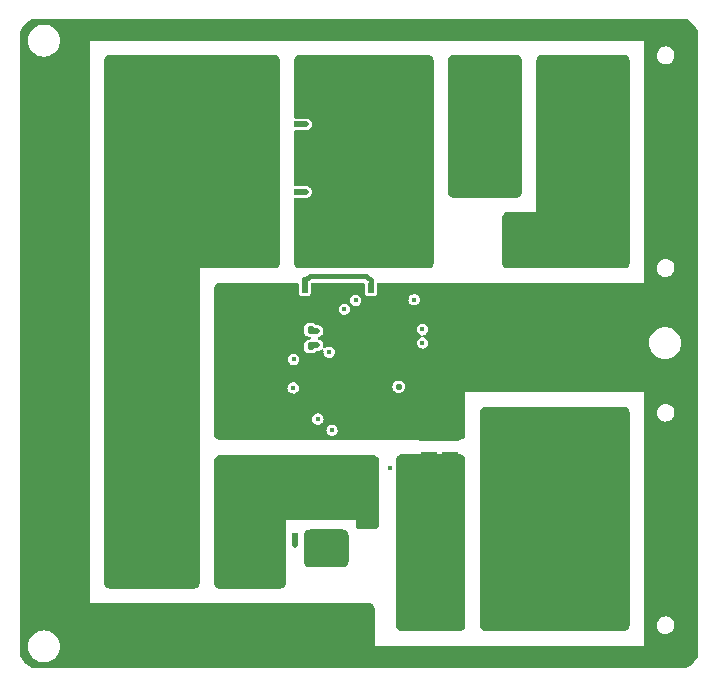
<source format=gbr>
G04 #@! TF.GenerationSoftware,KiCad,Pcbnew,(5.99.0-12889-g70df3822b5)*
G04 #@! TF.CreationDate,2021-11-21T19:13:50+08:00*
G04 #@! TF.ProjectId,Dual-Power,4475616c-2d50-46f7-9765-722e6b696361,rev?*
G04 #@! TF.SameCoordinates,Original*
G04 #@! TF.FileFunction,Copper,L4,Bot*
G04 #@! TF.FilePolarity,Positive*
%FSLAX46Y46*%
G04 Gerber Fmt 4.6, Leading zero omitted, Abs format (unit mm)*
G04 Created by KiCad (PCBNEW (5.99.0-12889-g70df3822b5)) date 2021-11-21 19:13:50*
%MOMM*%
%LPD*%
G01*
G04 APERTURE LIST*
G04 Aperture macros list*
%AMRoundRect*
0 Rectangle with rounded corners*
0 $1 Rounding radius*
0 $2 $3 $4 $5 $6 $7 $8 $9 X,Y pos of 4 corners*
0 Add a 4 corners polygon primitive as box body*
4,1,4,$2,$3,$4,$5,$6,$7,$8,$9,$2,$3,0*
0 Add four circle primitives for the rounded corners*
1,1,$1+$1,$2,$3*
1,1,$1+$1,$4,$5*
1,1,$1+$1,$6,$7*
1,1,$1+$1,$8,$9*
0 Add four rect primitives between the rounded corners*
20,1,$1+$1,$2,$3,$4,$5,0*
20,1,$1+$1,$4,$5,$6,$7,0*
20,1,$1+$1,$6,$7,$8,$9,0*
20,1,$1+$1,$8,$9,$2,$3,0*%
G04 Aperture macros list end*
G04 #@! TA.AperFunction,SMDPad,CuDef*
%ADD10RoundRect,0.250000X1.750000X1.000000X-1.750000X1.000000X-1.750000X-1.000000X1.750000X-1.000000X0*%
G04 #@! TD*
G04 #@! TA.AperFunction,SMDPad,CuDef*
%ADD11RoundRect,0.249999X-0.325001X-0.650001X0.325001X-0.650001X0.325001X0.650001X-0.325001X0.650001X0*%
G04 #@! TD*
G04 #@! TA.AperFunction,SMDPad,CuDef*
%ADD12RoundRect,0.250000X-1.000000X1.500000X-1.000000X-1.500000X1.000000X-1.500000X1.000000X1.500000X0*%
G04 #@! TD*
G04 #@! TA.AperFunction,SMDPad,CuDef*
%ADD13RoundRect,0.249999X0.325001X0.650001X-0.325001X0.650001X-0.325001X-0.650001X0.325001X-0.650001X0*%
G04 #@! TD*
G04 #@! TA.AperFunction,SMDPad,CuDef*
%ADD14RoundRect,0.249999X-0.650001X0.325001X-0.650001X-0.325001X0.650001X-0.325001X0.650001X0.325001X0*%
G04 #@! TD*
G04 #@! TA.AperFunction,SMDPad,CuDef*
%ADD15RoundRect,0.147500X-0.147500X-0.172500X0.147500X-0.172500X0.147500X0.172500X-0.147500X0.172500X0*%
G04 #@! TD*
G04 #@! TA.AperFunction,SMDPad,CuDef*
%ADD16R,1.390000X1.400000*%
G04 #@! TD*
G04 #@! TA.AperFunction,SMDPad,CuDef*
%ADD17R,3.360000X4.860000*%
G04 #@! TD*
G04 #@! TA.AperFunction,SMDPad,CuDef*
%ADD18R,2.900000X5.400000*%
G04 #@! TD*
G04 #@! TA.AperFunction,SMDPad,CuDef*
%ADD19R,0.500000X0.850000*%
G04 #@! TD*
G04 #@! TA.AperFunction,SMDPad,CuDef*
%ADD20R,4.410000X4.550000*%
G04 #@! TD*
G04 #@! TA.AperFunction,SMDPad,CuDef*
%ADD21R,0.850000X0.500000*%
G04 #@! TD*
G04 #@! TA.AperFunction,SMDPad,CuDef*
%ADD22R,4.550000X4.410000*%
G04 #@! TD*
G04 #@! TA.AperFunction,SMDPad,CuDef*
%ADD23RoundRect,0.249999X-1.425001X0.362501X-1.425001X-0.362501X1.425001X-0.362501X1.425001X0.362501X0*%
G04 #@! TD*
G04 #@! TA.AperFunction,SMDPad,CuDef*
%ADD24RoundRect,0.249999X0.362501X1.425001X-0.362501X1.425001X-0.362501X-1.425001X0.362501X-1.425001X0*%
G04 #@! TD*
G04 #@! TA.AperFunction,SMDPad,CuDef*
%ADD25RoundRect,0.250000X0.362500X1.425000X-0.362500X1.425000X-0.362500X-1.425000X0.362500X-1.425000X0*%
G04 #@! TD*
G04 #@! TA.AperFunction,ComponentPad*
%ADD26RoundRect,0.250000X-0.500000X0.500000X-0.500000X-0.500000X0.500000X-0.500000X0.500000X0.500000X0*%
G04 #@! TD*
G04 #@! TA.AperFunction,ComponentPad*
%ADD27C,1.500000*%
G04 #@! TD*
G04 #@! TA.AperFunction,ComponentPad*
%ADD28RoundRect,0.250001X1.399999X-1.099999X1.399999X1.099999X-1.399999X1.099999X-1.399999X-1.099999X0*%
G04 #@! TD*
G04 #@! TA.AperFunction,ComponentPad*
%ADD29O,3.300000X2.700000*%
G04 #@! TD*
G04 #@! TA.AperFunction,ViaPad*
%ADD30C,0.500000*%
G04 #@! TD*
G04 #@! TA.AperFunction,ViaPad*
%ADD31C,0.450000*%
G04 #@! TD*
G04 #@! TA.AperFunction,ViaPad*
%ADD32C,0.550000*%
G04 #@! TD*
G04 #@! TA.AperFunction,Conductor*
%ADD33C,0.500000*%
G04 #@! TD*
G04 #@! TA.AperFunction,Conductor*
%ADD34C,0.300000*%
G04 #@! TD*
G04 #@! TA.AperFunction,Conductor*
%ADD35C,0.400000*%
G04 #@! TD*
G04 APERTURE END LIST*
D10*
G04 #@! TO.P,C1,1*
G04 #@! TO.N,VIN*
X123500000Y-92200000D03*
G04 #@! TO.P,C1,2*
G04 #@! TO.N,GND*
X115500000Y-92200000D03*
G04 #@! TD*
D11*
G04 #@! TO.P,C2,1*
G04 #@! TO.N,VIN*
X127125000Y-93600000D03*
G04 #@! TO.P,C2,2*
G04 #@! TO.N,GND*
X130075000Y-93600000D03*
G04 #@! TD*
G04 #@! TO.P,C3,1*
G04 #@! TO.N,VIN*
X127125000Y-91077778D03*
G04 #@! TO.P,C3,2*
G04 #@! TO.N,GND*
X130075000Y-91077778D03*
G04 #@! TD*
G04 #@! TO.P,C4,1*
G04 #@! TO.N,VIN*
X127125000Y-88555556D03*
G04 #@! TO.P,C4,2*
G04 #@! TO.N,GND*
X130075000Y-88555556D03*
G04 #@! TD*
D12*
G04 #@! TO.P,C16,1*
G04 #@! TO.N,GND*
X155100000Y-89050000D03*
G04 #@! TO.P,C16,2*
G04 #@! TO.N,Vout2(-12V)*
X155100000Y-95550000D03*
G04 #@! TD*
D13*
G04 #@! TO.P,C18,1*
G04 #@! TO.N,Net-(C18-Pad1)*
X145375000Y-97600000D03*
G04 #@! TO.P,C18,2*
G04 #@! TO.N,Net-(C18-Pad2)*
X142425000Y-97600000D03*
G04 #@! TD*
G04 #@! TO.P,C19,1*
G04 #@! TO.N,Net-(C18-Pad1)*
X145375000Y-102000000D03*
G04 #@! TO.P,C19,2*
G04 #@! TO.N,Net-(C18-Pad2)*
X142425000Y-102000000D03*
G04 #@! TD*
G04 #@! TO.P,C20,1*
G04 #@! TO.N,Net-(C18-Pad1)*
X145375000Y-99800000D03*
G04 #@! TO.P,C20,2*
G04 #@! TO.N,Net-(C18-Pad2)*
X142425000Y-99800000D03*
G04 #@! TD*
D14*
G04 #@! TO.P,C22,1*
G04 #@! TO.N,VIN*
X133200000Y-80025000D03*
G04 #@! TO.P,C22,2*
G04 #@! TO.N,GND*
X133200000Y-82975000D03*
G04 #@! TD*
G04 #@! TO.P,C24,1*
G04 #@! TO.N,VIN*
X130600000Y-80025000D03*
G04 #@! TO.P,C24,2*
G04 #@! TO.N,GND*
X130600000Y-82975000D03*
G04 #@! TD*
D15*
G04 #@! TO.P,D1,1,K*
G04 #@! TO.N,GND*
X136415000Y-86100000D03*
G04 #@! TO.P,D1,2,A*
G04 #@! TO.N,Net-(D1-Pad2)*
X137385000Y-86100000D03*
G04 #@! TD*
G04 #@! TO.P,D2,1,K*
G04 #@! TO.N,GND*
X136415000Y-87500000D03*
G04 #@! TO.P,D2,2,A*
G04 #@! TO.N,Net-(D2-Pad2)*
X137385000Y-87500000D03*
G04 #@! TD*
D16*
G04 #@! TO.P,D3,1*
G04 #@! TO.N,Net-(C18-Pad1)*
X149220000Y-97156000D03*
G04 #@! TO.P,D3,2*
X147380000Y-97156000D03*
D17*
G04 #@! TO.P,D3,3*
G04 #@! TO.N,GND*
X148300000Y-93174000D03*
G04 #@! TD*
D18*
G04 #@! TO.P,L1,1,1*
G04 #@! TO.N,Vout2(-12V)*
X158850000Y-105000000D03*
G04 #@! TO.P,L1,2,2*
G04 #@! TO.N,Net-(C18-Pad1)*
X147950000Y-105000000D03*
G04 #@! TD*
G04 #@! TO.P,L2,1,1*
G04 #@! TO.N,VIN*
X122550000Y-104900000D03*
G04 #@! TO.P,L2,2,2*
G04 #@! TO.N,Net-(C18-Pad2)*
X133450000Y-104900000D03*
G04 #@! TD*
G04 #@! TO.P,L3,1,1*
G04 #@! TO.N,Net-(C23-Pad1)*
X139750000Y-69200000D03*
G04 #@! TO.P,L3,2,2*
G04 #@! TO.N,Net-(C25-Pad1)*
X150650000Y-69200000D03*
G04 #@! TD*
D19*
G04 #@! TO.P,Q1,1,S*
G04 #@! TO.N,Net-(Q1-Pad1)*
X139905000Y-103700000D03*
G04 #@! TO.P,Q1,2,S*
X138635000Y-103700000D03*
G04 #@! TO.P,Q1,3,S*
X137365000Y-103700000D03*
G04 #@! TO.P,Q1,4,G*
G04 #@! TO.N,Net-(Q1-Pad4)*
X136095000Y-103700000D03*
D20*
G04 #@! TO.P,Q1,5,D*
G04 #@! TO.N,Net-(C18-Pad2)*
X138000000Y-99750000D03*
G04 #@! TD*
D19*
G04 #@! TO.P,Q2,1,S*
G04 #@! TO.N,GND*
X140705000Y-82540000D03*
G04 #@! TO.P,Q2,2,S*
X139435000Y-82540000D03*
G04 #@! TO.P,Q2,3,S*
X138165000Y-82540000D03*
G04 #@! TO.P,Q2,4,G*
G04 #@! TO.N,Net-(Q2-Pad4)*
X136895000Y-82540000D03*
D20*
G04 #@! TO.P,Q2,5,D*
G04 #@! TO.N,Net-(C23-Pad1)*
X138800000Y-78590000D03*
G04 #@! TD*
D21*
G04 #@! TO.P,Q3,1,S*
G04 #@! TO.N,Net-(C23-Pad1)*
X136400000Y-70595000D03*
G04 #@! TO.P,Q3,2,S*
X136400000Y-71865000D03*
G04 #@! TO.P,Q3,3,S*
X136400000Y-73135000D03*
G04 #@! TO.P,Q3,4,G*
G04 #@! TO.N,Net-(Q3-Pad4)*
X136400000Y-74405000D03*
D22*
G04 #@! TO.P,Q3,5,D*
G04 #@! TO.N,VIN*
X132450000Y-72500000D03*
G04 #@! TD*
D23*
G04 #@! TO.P,R12,1*
G04 #@! TO.N,Net-(Q1-Pad1)*
X138700000Y-105237500D03*
G04 #@! TO.P,R12,2*
G04 #@! TO.N,GND*
X138700000Y-111162500D03*
G04 #@! TD*
D24*
G04 #@! TO.P,R14,1*
G04 #@! TO.N,Vout1(12V)*
X159292500Y-70800000D03*
G04 #@! TO.P,R14,2*
G04 #@! TO.N,Net-(C25-Pad1)*
X153367500Y-70800000D03*
G04 #@! TD*
D12*
G04 #@! TO.P,C29,1*
G04 #@! TO.N,Vout1(12V)*
X155100000Y-78150000D03*
G04 #@! TO.P,C29,2*
G04 #@! TO.N,GND*
X155100000Y-84650000D03*
G04 #@! TD*
D10*
G04 #@! TO.P,C32,1*
G04 #@! TO.N,VIN*
X123500000Y-81500000D03*
G04 #@! TO.P,C32,2*
G04 #@! TO.N,GND*
X115500000Y-81500000D03*
G04 #@! TD*
D21*
G04 #@! TO.P,Q4,1,S*
G04 #@! TO.N,Net-(C23-Pad1)*
X136400000Y-64895000D03*
G04 #@! TO.P,Q4,2,S*
X136400000Y-66165000D03*
G04 #@! TO.P,Q4,3,S*
X136400000Y-67435000D03*
G04 #@! TO.P,Q4,4,G*
G04 #@! TO.N,Net-(Q3-Pad4)*
X136400000Y-68705000D03*
D22*
G04 #@! TO.P,Q4,5,D*
G04 #@! TO.N,VIN*
X132450000Y-66800000D03*
G04 #@! TD*
D19*
G04 #@! TO.P,Q5,1,S*
G04 #@! TO.N,GND*
X146305000Y-82540000D03*
G04 #@! TO.P,Q5,2,S*
X145035000Y-82540000D03*
G04 #@! TO.P,Q5,3,S*
X143765000Y-82540000D03*
G04 #@! TO.P,Q5,4,G*
G04 #@! TO.N,Net-(Q2-Pad4)*
X142495000Y-82540000D03*
D20*
G04 #@! TO.P,Q5,5,D*
G04 #@! TO.N,Net-(C23-Pad1)*
X144400000Y-78590000D03*
G04 #@! TD*
D25*
G04 #@! TO.P,R17,1*
G04 #@! TO.N,Vout1(12V)*
X159292500Y-67000000D03*
G04 #@! TO.P,R17,2*
G04 #@! TO.N,Net-(C25-Pad1)*
X153367500Y-67000000D03*
G04 #@! TD*
D26*
G04 #@! TO.P,J1,1,Pin_1*
G04 #@! TO.N,Vout1(12V)*
X163500000Y-65860000D03*
D27*
G04 #@! TO.P,J1,2,Pin_2*
X163500000Y-68860000D03*
G04 #@! TO.P,J1,3,Pin_3*
X163500000Y-71860000D03*
G04 #@! TO.P,J1,4,Pin_4*
X163500000Y-74860000D03*
G04 #@! TO.P,J1,5,Pin_5*
X163500000Y-77860000D03*
G04 #@! TO.P,J1,6,Pin_6*
G04 #@! TO.N,GND*
X166500000Y-65860000D03*
G04 #@! TO.P,J1,7,Pin_7*
X166500000Y-68860000D03*
G04 #@! TO.P,J1,8,Pin_8*
X166500000Y-71860000D03*
G04 #@! TO.P,J1,9,Pin_9*
X166500000Y-74860000D03*
G04 #@! TO.P,J1,10,Pin_10*
X166500000Y-77860000D03*
G04 #@! TD*
D26*
G04 #@! TO.P,J2,1,Pin_1*
G04 #@! TO.N,Vout2(-12V)*
X163500000Y-96110000D03*
D27*
G04 #@! TO.P,J2,2,Pin_2*
X163500000Y-99110000D03*
G04 #@! TO.P,J2,3,Pin_3*
X163500000Y-102110000D03*
G04 #@! TO.P,J2,4,Pin_4*
X163500000Y-105110000D03*
G04 #@! TO.P,J2,5,Pin_5*
X163500000Y-108110000D03*
G04 #@! TO.P,J2,6,Pin_6*
G04 #@! TO.N,GND*
X166500000Y-96110000D03*
G04 #@! TO.P,J2,7,Pin_7*
X166500000Y-99110000D03*
G04 #@! TO.P,J2,8,Pin_8*
X166500000Y-102110000D03*
G04 #@! TO.P,J2,9,Pin_9*
X166500000Y-105110000D03*
G04 #@! TO.P,J2,10,Pin_10*
X166500000Y-108110000D03*
G04 #@! TD*
D28*
G04 #@! TO.P,J3,1,Pin_1*
G04 #@! TO.N,VIN*
X122100000Y-70900000D03*
D29*
G04 #@! TO.P,J3,2,Pin_2*
X122100000Y-66700000D03*
G04 #@! TO.P,J3,3,Pin_3*
G04 #@! TO.N,GND*
X116600000Y-70900000D03*
G04 #@! TO.P,J3,4,Pin_4*
X116600000Y-66700000D03*
G04 #@! TD*
D13*
G04 #@! TO.P,Cx1,1*
G04 #@! TO.N,GND*
X130075000Y-86100000D03*
G04 #@! TO.P,Cx1,2*
G04 #@! TO.N,VIN*
X127125000Y-86100000D03*
G04 #@! TD*
D30*
G04 #@! TO.N,GND*
X142400000Y-86160000D03*
X143200000Y-86160000D03*
X144000000Y-86160000D03*
X141600000Y-86960000D03*
X142400000Y-86960000D03*
X143200000Y-86960000D03*
X144000000Y-86960000D03*
X141600000Y-87760000D03*
X142400000Y-87760000D03*
X143200000Y-87760000D03*
X144000000Y-87760000D03*
X141600000Y-88560000D03*
X142400000Y-88560000D03*
X143200000Y-88560000D03*
X144000000Y-88560000D03*
D31*
X169400000Y-61800000D03*
X167400000Y-60700000D03*
X169400000Y-60700000D03*
X168400000Y-60700000D03*
X165400000Y-60700000D03*
X166400000Y-60700000D03*
X165400000Y-113800000D03*
X166400000Y-113800000D03*
X169400000Y-113800000D03*
X167400000Y-113800000D03*
X168400000Y-113800000D03*
X117400000Y-60700000D03*
X118400000Y-60700000D03*
X119400000Y-60700000D03*
X120400000Y-60700000D03*
X121400000Y-60700000D03*
X122400000Y-60700000D03*
X123400000Y-60700000D03*
X124400000Y-60700000D03*
X125400000Y-60700000D03*
X126400000Y-60700000D03*
X127400000Y-60700000D03*
X128400000Y-60700000D03*
X129400000Y-60700000D03*
X130400000Y-60700000D03*
X131400000Y-60700000D03*
X132400000Y-60700000D03*
X133400000Y-60700000D03*
X134400000Y-60700000D03*
X135400000Y-60700000D03*
X136400000Y-60700000D03*
X137400000Y-60700000D03*
X138400000Y-60700000D03*
X139400000Y-60700000D03*
X140400000Y-60700000D03*
X141400000Y-60700000D03*
X142400000Y-60700000D03*
X143400000Y-60700000D03*
X144400000Y-60700000D03*
X145400000Y-60700000D03*
X146400000Y-60700000D03*
X147400000Y-60700000D03*
X148400000Y-60700000D03*
X149400000Y-60700000D03*
X150400000Y-60700000D03*
X151400000Y-60700000D03*
X152400000Y-60700000D03*
X153400000Y-60700000D03*
X154400000Y-60700000D03*
X155400000Y-60700000D03*
X156400000Y-60700000D03*
X157400000Y-60700000D03*
X158400000Y-60700000D03*
X159400000Y-60700000D03*
X160400000Y-60700000D03*
X161400000Y-60700000D03*
X162400000Y-60700000D03*
X163400000Y-60700000D03*
X164400000Y-60700000D03*
X142400000Y-113800000D03*
X128400000Y-113800000D03*
X144400000Y-113800000D03*
X136400000Y-113800000D03*
X134400000Y-113800000D03*
X152400000Y-113800000D03*
X119400000Y-113800000D03*
X129400000Y-113800000D03*
X124400000Y-113800000D03*
X123400000Y-113800000D03*
X118400000Y-113800000D03*
X125400000Y-113800000D03*
X117400000Y-113800000D03*
X137400000Y-113800000D03*
X138400000Y-113800000D03*
X121400000Y-113800000D03*
X141400000Y-113800000D03*
X143400000Y-113800000D03*
X146400000Y-113800000D03*
X149400000Y-113800000D03*
X120400000Y-113800000D03*
X150400000Y-113800000D03*
X151400000Y-113800000D03*
X154400000Y-113800000D03*
X155400000Y-113800000D03*
X147400000Y-113800000D03*
X158400000Y-113800000D03*
X139400000Y-113800000D03*
X159400000Y-113800000D03*
X132400000Y-113800000D03*
X160400000Y-113800000D03*
X161400000Y-113800000D03*
X145400000Y-113800000D03*
X133400000Y-113800000D03*
X130400000Y-113800000D03*
X148400000Y-113800000D03*
X153400000Y-113800000D03*
X122400000Y-113800000D03*
X126400000Y-113800000D03*
X156400000Y-113800000D03*
X157400000Y-113800000D03*
X127400000Y-113800000D03*
X135400000Y-113800000D03*
X131400000Y-113800000D03*
X140400000Y-113800000D03*
X163400000Y-113800000D03*
X164400000Y-113800000D03*
X162400000Y-113800000D03*
X169400000Y-83900000D03*
X169400000Y-72900000D03*
X169400000Y-101900000D03*
X169400000Y-96900000D03*
X169400000Y-86900000D03*
X169400000Y-100900000D03*
X169400000Y-69900000D03*
X169400000Y-91900000D03*
X169400000Y-105900000D03*
X169400000Y-73900000D03*
X169400001Y-107900000D03*
X169400000Y-95900000D03*
X169400001Y-84900000D03*
X169400001Y-103900000D03*
X169400000Y-104900000D03*
X169400000Y-74900000D03*
X169400000Y-108900000D03*
X169400000Y-81900000D03*
X169400000Y-68900000D03*
X169400000Y-88900000D03*
X169400001Y-75900000D03*
X169400000Y-97900000D03*
X169400000Y-76900000D03*
X169400000Y-90900000D03*
X169400000Y-99900000D03*
X169400000Y-67900000D03*
X169400001Y-98900000D03*
X169400000Y-63900000D03*
X169400000Y-106900000D03*
X169400001Y-66900000D03*
X169400001Y-70900000D03*
X169400001Y-93900000D03*
X169400001Y-102900000D03*
X169400001Y-94900000D03*
X169400000Y-65900000D03*
X169400001Y-71900000D03*
X169400000Y-79900000D03*
X169400000Y-85900000D03*
X169400000Y-92900000D03*
X169400001Y-80900000D03*
X169400000Y-64900000D03*
X169400000Y-77900000D03*
X169400001Y-89900000D03*
X169400001Y-112900000D03*
X169400000Y-87900000D03*
X169400000Y-111900000D03*
X169400000Y-78900000D03*
X169400000Y-110900000D03*
X169400001Y-62900000D03*
X169400000Y-109900000D03*
X169400000Y-82900000D03*
D30*
X141600000Y-86160000D03*
D31*
X133750000Y-87500000D03*
X138000000Y-88600000D03*
X140600000Y-89930000D03*
X140100000Y-94350000D03*
X133750000Y-86850000D03*
X133750000Y-88150000D03*
X133750000Y-86200000D03*
G04 #@! TO.N,VIN*
X123400000Y-84200000D03*
X123400000Y-85200000D03*
X123400000Y-86200000D03*
X123400000Y-87200000D03*
X123400000Y-88200000D03*
X123400000Y-89200000D03*
X121800000Y-86200000D03*
X121800000Y-87200000D03*
X122600000Y-88700000D03*
X121800000Y-89200000D03*
X121800000Y-84200000D03*
X121800000Y-85200000D03*
X122600000Y-89700000D03*
X122600000Y-84700000D03*
X122600000Y-86700000D03*
X122600000Y-87700000D03*
X122600000Y-85700000D03*
X121800000Y-88200000D03*
X123100000Y-73199999D03*
X121100000Y-73200000D03*
X122100000Y-73200000D03*
X121100000Y-64500000D03*
X123100000Y-64499999D03*
X122100000Y-64500000D03*
X123400000Y-81500000D03*
X146849982Y-87199990D03*
X135910016Y-91010014D03*
X123400000Y-92200000D03*
G04 #@! TO.N,INTVcc*
X135950000Y-88600000D03*
X138950000Y-88000000D03*
X139200000Y-94600000D03*
G04 #@! TO.N,Vout2(-12V)*
X160400000Y-96900000D03*
X157400000Y-96900000D03*
X161400000Y-96900000D03*
X158400000Y-96900000D03*
X159400000Y-96900000D03*
X158400000Y-94900000D03*
X159400000Y-95900000D03*
X158400000Y-95900000D03*
X161400000Y-94900000D03*
X159400000Y-94900000D03*
X157400000Y-95900000D03*
X157400000Y-94900000D03*
X160400000Y-95900000D03*
X161400000Y-95900000D03*
X160400000Y-94900000D03*
X160900000Y-105300000D03*
X160900000Y-106700000D03*
X160900000Y-101800000D03*
X160900000Y-108100000D03*
X160900000Y-103200000D03*
X160900000Y-107400000D03*
X160900000Y-106000000D03*
X160900000Y-104600000D03*
X160900000Y-103900000D03*
X160900000Y-102500000D03*
X144099998Y-97800001D03*
G04 #@! TO.N,Net-(C23-Pad1)*
X147600000Y-80200000D03*
G04 #@! TO.N,Vout1(12V)*
X160500000Y-65800000D03*
X160500000Y-68600000D03*
X160500000Y-67900000D03*
X160500000Y-67200000D03*
X160500000Y-66500000D03*
X160500000Y-69300000D03*
X160500000Y-70000000D03*
X160500000Y-71400000D03*
X160500000Y-70700000D03*
X160500000Y-72100000D03*
X158300000Y-76600000D03*
X159300000Y-76600000D03*
X160300000Y-76600000D03*
X161300000Y-76600000D03*
X157300000Y-77600000D03*
X158300000Y-77600000D03*
X159300000Y-77600000D03*
X160300000Y-77600000D03*
X161300000Y-77600000D03*
X157300000Y-78600000D03*
X158300000Y-78600000D03*
X159300000Y-78600000D03*
X160300000Y-78600000D03*
X161300000Y-78600000D03*
X157300000Y-76600000D03*
X157850000Y-70800000D03*
X140250000Y-84350000D03*
G04 #@! TO.N,Net-(C25-Pad1)*
X154950000Y-70800000D03*
X141200000Y-83600000D03*
G04 #@! TO.N,Net-(D1-Pad2)*
X137940000Y-86200000D03*
G04 #@! TO.N,Net-(D2-Pad2)*
X137940000Y-87410000D03*
G04 #@! TO.N,Net-(Q1-Pad4)*
X136100000Y-104350000D03*
D32*
X144850000Y-90900000D03*
D31*
G04 #@! TO.N,Net-(Q1-Pad1)*
X138000000Y-93650000D03*
X138000000Y-103300000D03*
G04 #@! TO.N,Net-(Q2-Pad4)*
X146850000Y-86050000D03*
D32*
X136900000Y-81900000D03*
D31*
G04 #@! TO.N,Net-(Q3-Pad4)*
X137000000Y-68700000D03*
X137000000Y-74400000D03*
X146150001Y-83550005D03*
G04 #@! TD*
D33*
G04 #@! TO.N,Net-(D1-Pad2)*
X137485000Y-86200000D02*
X137385000Y-86100000D01*
X137940000Y-86200000D02*
X137485000Y-86200000D01*
D34*
G04 #@! TO.N,Net-(D2-Pad2)*
X137475000Y-87410000D02*
X137385000Y-87500000D01*
D33*
X137940000Y-87410000D02*
X137475000Y-87410000D01*
G04 #@! TO.N,Net-(Q1-Pad4)*
X136100000Y-103705000D02*
X136095000Y-103700000D01*
X136100000Y-104350000D02*
X136100000Y-103705000D01*
D35*
G04 #@! TO.N,Net-(Q2-Pad4)*
X137300000Y-81500000D02*
X142100000Y-81500000D01*
D33*
X136900000Y-81900000D02*
X136900000Y-82535000D01*
D35*
X142495000Y-81895000D02*
X142495000Y-82540000D01*
X136895000Y-81905000D02*
X137300000Y-81500000D01*
X142100000Y-81500000D02*
X142495000Y-81895000D01*
D33*
G04 #@! TO.N,Net-(Q3-Pad4)*
X137000000Y-74400000D02*
X136405000Y-74400000D01*
X136400000Y-68705000D02*
X136995000Y-68705000D01*
X136995000Y-68705000D02*
X137000000Y-68700000D01*
X136405000Y-74400000D02*
X136400000Y-74405000D01*
G04 #@! TD*
G04 #@! TA.AperFunction,Conductor*
G04 #@! TO.N,GND*
G36*
X127300000Y-114700000D02*
G01*
X123100000Y-114700000D01*
X123100000Y-109200000D01*
X127300000Y-109200000D01*
X127300000Y-114700000D01*
G37*
G04 #@! TD.AperFunction*
G04 #@! TD*
G04 #@! TA.AperFunction,Conductor*
G04 #@! TO.N,VIN*
G36*
X134308059Y-62801061D02*
G01*
X134413225Y-62814906D01*
X134444491Y-62823284D01*
X134534921Y-62860741D01*
X134562948Y-62876923D01*
X134640023Y-62936065D01*
X134640603Y-62936510D01*
X134663490Y-62959397D01*
X134723077Y-63037052D01*
X134739260Y-63065081D01*
X134776716Y-63155508D01*
X134785094Y-63186776D01*
X134798939Y-63291941D01*
X134800000Y-63308126D01*
X134800000Y-80391874D01*
X134798939Y-80408059D01*
X134785094Y-80513224D01*
X134776716Y-80544492D01*
X134739260Y-80634919D01*
X134723077Y-80662948D01*
X134663935Y-80740023D01*
X134663490Y-80740603D01*
X134640603Y-80763490D01*
X134562948Y-80823077D01*
X134534921Y-80839259D01*
X134444492Y-80876716D01*
X134413225Y-80885094D01*
X134328346Y-80896268D01*
X134308059Y-80898939D01*
X134291874Y-80900000D01*
X128000000Y-80900000D01*
X128000000Y-107491874D01*
X127998939Y-107508059D01*
X127985094Y-107613224D01*
X127976716Y-107644492D01*
X127939260Y-107734919D01*
X127923077Y-107762948D01*
X127863935Y-107840023D01*
X127863490Y-107840603D01*
X127840603Y-107863490D01*
X127762948Y-107923077D01*
X127734921Y-107939259D01*
X127644492Y-107976716D01*
X127613225Y-107985094D01*
X127528346Y-107996268D01*
X127508059Y-107998939D01*
X127491874Y-108000000D01*
X120408126Y-108000000D01*
X120391941Y-107998939D01*
X120371654Y-107996268D01*
X120286775Y-107985094D01*
X120255508Y-107976716D01*
X120165079Y-107939259D01*
X120137052Y-107923077D01*
X120059397Y-107863490D01*
X120036510Y-107840603D01*
X120036065Y-107840023D01*
X119976923Y-107762948D01*
X119960740Y-107734919D01*
X119923284Y-107644492D01*
X119914906Y-107613224D01*
X119901061Y-107508059D01*
X119900000Y-107491874D01*
X119900000Y-63308126D01*
X119901061Y-63291941D01*
X119914906Y-63186776D01*
X119923284Y-63155508D01*
X119960740Y-63065081D01*
X119976923Y-63037052D01*
X120036510Y-62959397D01*
X120059397Y-62936510D01*
X120059977Y-62936065D01*
X120137052Y-62876923D01*
X120165079Y-62860741D01*
X120255509Y-62823284D01*
X120286775Y-62814906D01*
X120391941Y-62801061D01*
X120408126Y-62800000D01*
X134291874Y-62800000D01*
X134308059Y-62801061D01*
G37*
G04 #@! TD.AperFunction*
G04 #@! TD*
G04 #@! TA.AperFunction,Conductor*
G04 #@! TO.N,Net-(C25-Pad1)*
G36*
X154808059Y-62801061D02*
G01*
X154913225Y-62814906D01*
X154944491Y-62823284D01*
X155034921Y-62860741D01*
X155062948Y-62876923D01*
X155140023Y-62936065D01*
X155140603Y-62936510D01*
X155163490Y-62959397D01*
X155223077Y-63037052D01*
X155239260Y-63065081D01*
X155276716Y-63155508D01*
X155285094Y-63186776D01*
X155298939Y-63291941D01*
X155300000Y-63308126D01*
X155300000Y-74391874D01*
X155298939Y-74408059D01*
X155285094Y-74513224D01*
X155276716Y-74544492D01*
X155239260Y-74634919D01*
X155223077Y-74662948D01*
X155163935Y-74740023D01*
X155163490Y-74740603D01*
X155140603Y-74763490D01*
X155062948Y-74823077D01*
X155034921Y-74839259D01*
X154944492Y-74876716D01*
X154913225Y-74885094D01*
X154828346Y-74896268D01*
X154808059Y-74898939D01*
X154791874Y-74900000D01*
X149508126Y-74900000D01*
X149491941Y-74898939D01*
X149471654Y-74896268D01*
X149386775Y-74885094D01*
X149355508Y-74876716D01*
X149265079Y-74839259D01*
X149237052Y-74823077D01*
X149159397Y-74763490D01*
X149136510Y-74740603D01*
X149136065Y-74740023D01*
X149076923Y-74662948D01*
X149060740Y-74634919D01*
X149023284Y-74544492D01*
X149014906Y-74513224D01*
X149001061Y-74408059D01*
X149000000Y-74391874D01*
X149000000Y-63308126D01*
X149001061Y-63291941D01*
X149014906Y-63186776D01*
X149023284Y-63155508D01*
X149060740Y-63065081D01*
X149076923Y-63037052D01*
X149136510Y-62959397D01*
X149159397Y-62936510D01*
X149159977Y-62936065D01*
X149237052Y-62876923D01*
X149265079Y-62860741D01*
X149355509Y-62823284D01*
X149386775Y-62814906D01*
X149491941Y-62801061D01*
X149508126Y-62800000D01*
X154791874Y-62800000D01*
X154808059Y-62801061D01*
G37*
G04 #@! TD.AperFunction*
G04 #@! TD*
G04 #@! TA.AperFunction,Conductor*
G04 #@! TO.N,Net-(C18-Pad1)*
G36*
X150008059Y-96601061D02*
G01*
X150113225Y-96614906D01*
X150144491Y-96623284D01*
X150234921Y-96660741D01*
X150262948Y-96676923D01*
X150340023Y-96736065D01*
X150340603Y-96736510D01*
X150363490Y-96759397D01*
X150423077Y-96837052D01*
X150439260Y-96865081D01*
X150476716Y-96955508D01*
X150485094Y-96986776D01*
X150498939Y-97091941D01*
X150500000Y-97108126D01*
X150500000Y-111091874D01*
X150498939Y-111108059D01*
X150485094Y-111213224D01*
X150476716Y-111244492D01*
X150439260Y-111334919D01*
X150423077Y-111362948D01*
X150363935Y-111440023D01*
X150363490Y-111440603D01*
X150340603Y-111463490D01*
X150262948Y-111523077D01*
X150234921Y-111539259D01*
X150144492Y-111576716D01*
X150113225Y-111585094D01*
X150028346Y-111596268D01*
X150008059Y-111598939D01*
X149991874Y-111600000D01*
X145108126Y-111600000D01*
X145091941Y-111598939D01*
X145071654Y-111596268D01*
X144986775Y-111585094D01*
X144955508Y-111576716D01*
X144865079Y-111539259D01*
X144837052Y-111523077D01*
X144759397Y-111463490D01*
X144736510Y-111440603D01*
X144736065Y-111440023D01*
X144676923Y-111362948D01*
X144660740Y-111334919D01*
X144623284Y-111244492D01*
X144614906Y-111213224D01*
X144601061Y-111108059D01*
X144600000Y-111091874D01*
X144600000Y-97108126D01*
X144601061Y-97091941D01*
X144614906Y-96986776D01*
X144623284Y-96955508D01*
X144660740Y-96865081D01*
X144676923Y-96837052D01*
X144736510Y-96759397D01*
X144759397Y-96736510D01*
X144759977Y-96736065D01*
X144837052Y-96676923D01*
X144865079Y-96660741D01*
X144955509Y-96623284D01*
X144986775Y-96614906D01*
X145091941Y-96601061D01*
X145108126Y-96600000D01*
X149991874Y-96600000D01*
X150008059Y-96601061D01*
G37*
G04 #@! TD.AperFunction*
G04 #@! TD*
G04 #@! TA.AperFunction,Conductor*
G04 #@! TO.N,Net-(Q1-Pad1)*
G36*
X140109022Y-103001058D02*
G01*
X140127782Y-103003525D01*
X140214064Y-103014870D01*
X140245294Y-103023227D01*
X140335634Y-103060596D01*
X140363635Y-103076738D01*
X140441242Y-103136188D01*
X140464124Y-103159025D01*
X140523723Y-103236514D01*
X140539923Y-103264490D01*
X140577466Y-103354752D01*
X140585884Y-103385963D01*
X140599901Y-103490976D01*
X140600991Y-103507140D01*
X140605256Y-105690886D01*
X140604224Y-105707093D01*
X140590550Y-105812412D01*
X140582212Y-105843732D01*
X140544841Y-105934328D01*
X140528673Y-105962417D01*
X140469106Y-106040230D01*
X140446210Y-106063170D01*
X140368516Y-106122887D01*
X140340459Y-106139111D01*
X140249938Y-106176658D01*
X140218634Y-106185057D01*
X140113336Y-106198937D01*
X140097131Y-106200000D01*
X137302869Y-106200000D01*
X137286664Y-106198937D01*
X137181366Y-106185057D01*
X137150062Y-106176658D01*
X137059541Y-106139111D01*
X137031484Y-106122887D01*
X136953790Y-106063170D01*
X136930894Y-106040230D01*
X136871327Y-105962417D01*
X136855159Y-105934328D01*
X136817788Y-105843732D01*
X136809450Y-105812412D01*
X136795776Y-105707093D01*
X136794744Y-105690886D01*
X136799009Y-103507140D01*
X136800099Y-103490976D01*
X136814116Y-103385963D01*
X136822534Y-103354752D01*
X136860077Y-103264490D01*
X136876277Y-103236514D01*
X136935876Y-103159025D01*
X136958758Y-103136188D01*
X137036365Y-103076738D01*
X137064366Y-103060596D01*
X137154706Y-103023227D01*
X137185936Y-103014870D01*
X137272218Y-103003525D01*
X137290978Y-103001058D01*
X137307143Y-103000000D01*
X140092857Y-103000000D01*
X140109022Y-103001058D01*
G37*
G04 #@! TD.AperFunction*
G04 #@! TD*
G04 #@! TA.AperFunction,Conductor*
G04 #@! TO.N,Net-(C18-Pad2)*
G36*
X142708059Y-96701061D02*
G01*
X142813225Y-96714906D01*
X142844491Y-96723284D01*
X142934921Y-96760741D01*
X142962948Y-96776923D01*
X143040023Y-96836065D01*
X143040603Y-96836510D01*
X143063490Y-96859397D01*
X143123077Y-96937052D01*
X143139260Y-96965081D01*
X143176716Y-97055508D01*
X143185094Y-97086776D01*
X143198939Y-97191941D01*
X143200000Y-97208126D01*
X143200000Y-102491874D01*
X143198939Y-102508059D01*
X143185094Y-102613224D01*
X143176716Y-102644491D01*
X143143946Y-102723607D01*
X143139260Y-102734919D01*
X143123077Y-102762948D01*
X143067702Y-102835114D01*
X143063490Y-102840603D01*
X143040603Y-102863490D01*
X142962948Y-102923077D01*
X142934921Y-102939259D01*
X142844492Y-102976716D01*
X142813225Y-102985094D01*
X142728346Y-102996268D01*
X142708059Y-102998939D01*
X142691874Y-103000000D01*
X141609756Y-103000000D01*
X141590359Y-102998473D01*
X141574928Y-102996029D01*
X141495792Y-102983496D01*
X141458895Y-102971507D01*
X141382382Y-102932521D01*
X141350997Y-102909718D01*
X141290282Y-102849003D01*
X141267479Y-102817618D01*
X141228493Y-102741105D01*
X141216504Y-102704206D01*
X141215201Y-102695980D01*
X141200000Y-102600000D01*
X141200000Y-102200000D01*
X135300000Y-102200000D01*
X135300000Y-107491874D01*
X135298939Y-107508059D01*
X135285094Y-107613224D01*
X135276716Y-107644492D01*
X135239260Y-107734919D01*
X135223077Y-107762948D01*
X135163935Y-107840023D01*
X135163490Y-107840603D01*
X135140603Y-107863490D01*
X135062948Y-107923077D01*
X135034921Y-107939259D01*
X134944492Y-107976716D01*
X134913225Y-107985094D01*
X134828346Y-107996268D01*
X134808059Y-107998939D01*
X134791874Y-108000000D01*
X129708126Y-108000000D01*
X129691941Y-107998939D01*
X129671654Y-107996268D01*
X129586775Y-107985094D01*
X129555508Y-107976716D01*
X129465079Y-107939259D01*
X129437052Y-107923077D01*
X129359397Y-107863490D01*
X129336510Y-107840603D01*
X129336065Y-107840023D01*
X129276923Y-107762948D01*
X129260740Y-107734919D01*
X129223284Y-107644492D01*
X129214906Y-107613224D01*
X129201061Y-107508059D01*
X129200000Y-107491874D01*
X129200000Y-97208126D01*
X129201061Y-97191941D01*
X129214906Y-97086776D01*
X129223284Y-97055508D01*
X129260740Y-96965081D01*
X129276923Y-96937052D01*
X129336510Y-96859397D01*
X129359397Y-96836510D01*
X129359977Y-96836065D01*
X129437052Y-96776923D01*
X129465079Y-96760741D01*
X129555509Y-96723284D01*
X129586775Y-96714906D01*
X129691941Y-96701061D01*
X129708126Y-96700000D01*
X142691874Y-96700000D01*
X142708059Y-96701061D01*
G37*
G04 #@! TD.AperFunction*
G04 #@! TD*
G04 #@! TA.AperFunction,Conductor*
G04 #@! TO.N,Vout2(-12V)*
G36*
X163908059Y-92601061D02*
G01*
X164013225Y-92614906D01*
X164044491Y-92623284D01*
X164134921Y-92660741D01*
X164162948Y-92676923D01*
X164240023Y-92736065D01*
X164240603Y-92736510D01*
X164263490Y-92759397D01*
X164323077Y-92837052D01*
X164339260Y-92865081D01*
X164376716Y-92955508D01*
X164385094Y-92986776D01*
X164398939Y-93091941D01*
X164400000Y-93108126D01*
X164400000Y-111091874D01*
X164398939Y-111108059D01*
X164385094Y-111213224D01*
X164376716Y-111244492D01*
X164339260Y-111334919D01*
X164323077Y-111362948D01*
X164263935Y-111440023D01*
X164263490Y-111440603D01*
X164240603Y-111463490D01*
X164162948Y-111523077D01*
X164134921Y-111539259D01*
X164044492Y-111576716D01*
X164013225Y-111585094D01*
X163928346Y-111596268D01*
X163908059Y-111598939D01*
X163891874Y-111600000D01*
X152208126Y-111600000D01*
X152191941Y-111598939D01*
X152171654Y-111596268D01*
X152086775Y-111585094D01*
X152055508Y-111576716D01*
X151965079Y-111539259D01*
X151937052Y-111523077D01*
X151859397Y-111463490D01*
X151836510Y-111440603D01*
X151836065Y-111440023D01*
X151776923Y-111362948D01*
X151760740Y-111334919D01*
X151723284Y-111244492D01*
X151714906Y-111213224D01*
X151701061Y-111108059D01*
X151700000Y-111091874D01*
X151700000Y-93108126D01*
X151701061Y-93091941D01*
X151714906Y-92986776D01*
X151723284Y-92955508D01*
X151760740Y-92865081D01*
X151776923Y-92837052D01*
X151836510Y-92759397D01*
X151859397Y-92736510D01*
X151859977Y-92736065D01*
X151937052Y-92676923D01*
X151965079Y-92660741D01*
X152055509Y-92623284D01*
X152086775Y-92614906D01*
X152191941Y-92601061D01*
X152208126Y-92600000D01*
X163891874Y-92600000D01*
X163908059Y-92601061D01*
G37*
G04 #@! TD.AperFunction*
G04 #@! TD*
G04 #@! TA.AperFunction,Conductor*
G04 #@! TO.N,Vout1(12V)*
G36*
X163908059Y-62801061D02*
G01*
X164013225Y-62814906D01*
X164044491Y-62823284D01*
X164134921Y-62860741D01*
X164162948Y-62876923D01*
X164240023Y-62936065D01*
X164240603Y-62936510D01*
X164263490Y-62959397D01*
X164323077Y-63037052D01*
X164339260Y-63065081D01*
X164376716Y-63155508D01*
X164385094Y-63186776D01*
X164398939Y-63291941D01*
X164400000Y-63308126D01*
X164400000Y-80391874D01*
X164398939Y-80408059D01*
X164385094Y-80513224D01*
X164376716Y-80544492D01*
X164339260Y-80634919D01*
X164323077Y-80662948D01*
X164263935Y-80740023D01*
X164263490Y-80740603D01*
X164240603Y-80763490D01*
X164162948Y-80823077D01*
X164134921Y-80839259D01*
X164044492Y-80876716D01*
X164013225Y-80885094D01*
X163928346Y-80896268D01*
X163908059Y-80898939D01*
X163891874Y-80900000D01*
X154108126Y-80900000D01*
X154091941Y-80898939D01*
X154071654Y-80896268D01*
X153986775Y-80885094D01*
X153955508Y-80876716D01*
X153865079Y-80839259D01*
X153837052Y-80823077D01*
X153759397Y-80763490D01*
X153736510Y-80740603D01*
X153736065Y-80740023D01*
X153676923Y-80662948D01*
X153660740Y-80634919D01*
X153623284Y-80544492D01*
X153614906Y-80513224D01*
X153601061Y-80408059D01*
X153600000Y-80391874D01*
X153600000Y-76608126D01*
X153601061Y-76591941D01*
X153614906Y-76486776D01*
X153623284Y-76455508D01*
X153660740Y-76365081D01*
X153676923Y-76337052D01*
X153736510Y-76259397D01*
X153759397Y-76236510D01*
X153759977Y-76236065D01*
X153837052Y-76176923D01*
X153865079Y-76160741D01*
X153955509Y-76123284D01*
X153986775Y-76114906D01*
X154091941Y-76101061D01*
X154108126Y-76100000D01*
X156500000Y-76100000D01*
X156500000Y-63308126D01*
X156501061Y-63291941D01*
X156514906Y-63186776D01*
X156523284Y-63155508D01*
X156560740Y-63065081D01*
X156576923Y-63037052D01*
X156636510Y-62959397D01*
X156659397Y-62936510D01*
X156659977Y-62936065D01*
X156737052Y-62876923D01*
X156765079Y-62860741D01*
X156855509Y-62823284D01*
X156886775Y-62814906D01*
X156991941Y-62801061D01*
X157008126Y-62800000D01*
X163891874Y-62800000D01*
X163908059Y-62801061D01*
G37*
G04 #@! TD.AperFunction*
G04 #@! TD*
G04 #@! TA.AperFunction,Conductor*
G04 #@! TO.N,Net-(C23-Pad1)*
G36*
X147308059Y-62801061D02*
G01*
X147413225Y-62814906D01*
X147444491Y-62823284D01*
X147534921Y-62860741D01*
X147562948Y-62876923D01*
X147640023Y-62936065D01*
X147640603Y-62936510D01*
X147663490Y-62959397D01*
X147723077Y-63037052D01*
X147739260Y-63065081D01*
X147776716Y-63155508D01*
X147785094Y-63186776D01*
X147798939Y-63291941D01*
X147800000Y-63308126D01*
X147800000Y-80391874D01*
X147798939Y-80408059D01*
X147785094Y-80513224D01*
X147776716Y-80544492D01*
X147739260Y-80634919D01*
X147723077Y-80662948D01*
X147663935Y-80740023D01*
X147663490Y-80740603D01*
X147640603Y-80763490D01*
X147562948Y-80823077D01*
X147534921Y-80839259D01*
X147444492Y-80876716D01*
X147413225Y-80885094D01*
X147328346Y-80896268D01*
X147308059Y-80898939D01*
X147291874Y-80900000D01*
X136508126Y-80900000D01*
X136491941Y-80898939D01*
X136471654Y-80896268D01*
X136386775Y-80885094D01*
X136355508Y-80876716D01*
X136265079Y-80839259D01*
X136237052Y-80823077D01*
X136159397Y-80763490D01*
X136136510Y-80740603D01*
X136136065Y-80740023D01*
X136076923Y-80662948D01*
X136060740Y-80634919D01*
X136023284Y-80544492D01*
X136014906Y-80513224D01*
X136001061Y-80408059D01*
X136000000Y-80391874D01*
X136000000Y-75029500D01*
X136019685Y-74962461D01*
X136072489Y-74916706D01*
X136124000Y-74905500D01*
X136330039Y-74905500D01*
X136341985Y-74906835D01*
X136342023Y-74906361D01*
X136350832Y-74907070D01*
X136359447Y-74909019D01*
X136368264Y-74908472D01*
X136368265Y-74908472D01*
X136412328Y-74905738D01*
X136420007Y-74905500D01*
X136849674Y-74905500D01*
X136855650Y-74904311D01*
X136855653Y-74904311D01*
X136862830Y-74902883D01*
X136887022Y-74900500D01*
X137035940Y-74900500D01*
X137040302Y-74899875D01*
X137040307Y-74899875D01*
X137133176Y-74886575D01*
X137141918Y-74885323D01*
X137272428Y-74825984D01*
X137381037Y-74732400D01*
X137459015Y-74612095D01*
X137500093Y-74474739D01*
X137500969Y-74331376D01*
X137461572Y-74193529D01*
X137385070Y-74072280D01*
X137378452Y-74066435D01*
X137378450Y-74066433D01*
X137284232Y-73983223D01*
X137284230Y-73983221D01*
X137277612Y-73977377D01*
X137147837Y-73916447D01*
X137139112Y-73915088D01*
X137139110Y-73915088D01*
X137107282Y-73910133D01*
X137038991Y-73899500D01*
X136474961Y-73899500D01*
X136463015Y-73898165D01*
X136462977Y-73898639D01*
X136454168Y-73897930D01*
X136445553Y-73895981D01*
X136436736Y-73896528D01*
X136436735Y-73896528D01*
X136392672Y-73899262D01*
X136384993Y-73899500D01*
X136369060Y-73899500D01*
X136364692Y-73900126D01*
X136364686Y-73900126D01*
X136358870Y-73900959D01*
X136348971Y-73901973D01*
X136313336Y-73904184D01*
X136312084Y-73904262D01*
X136304406Y-73904500D01*
X136124000Y-73904500D01*
X136056961Y-73884815D01*
X136011206Y-73832011D01*
X136000000Y-73780500D01*
X136000000Y-69329500D01*
X136019685Y-69262461D01*
X136072489Y-69216706D01*
X136124000Y-69205500D01*
X136925039Y-69205500D01*
X136936985Y-69206835D01*
X136937023Y-69206361D01*
X136945832Y-69207070D01*
X136954447Y-69209019D01*
X136963264Y-69208472D01*
X136963265Y-69208472D01*
X137007328Y-69205738D01*
X137015007Y-69205500D01*
X137030940Y-69205500D01*
X137035308Y-69204874D01*
X137035314Y-69204874D01*
X137041130Y-69204041D01*
X137051029Y-69203027D01*
X137083452Y-69201015D01*
X137088722Y-69200688D01*
X137097538Y-69200141D01*
X137105849Y-69197140D01*
X137108681Y-69196554D01*
X137125384Y-69192390D01*
X137128168Y-69191576D01*
X137136918Y-69190323D01*
X137179348Y-69171031D01*
X137188554Y-69167284D01*
X137224075Y-69154461D01*
X137224077Y-69154460D01*
X137232387Y-69151460D01*
X137239525Y-69146245D01*
X137242085Y-69144884D01*
X137256955Y-69136195D01*
X137259385Y-69134641D01*
X137267428Y-69130984D01*
X137302743Y-69100554D01*
X137310531Y-69094371D01*
X137321336Y-69086478D01*
X137332136Y-69075678D01*
X137338875Y-69069421D01*
X137358234Y-69052740D01*
X137376037Y-69037400D01*
X137395458Y-69007437D01*
X137400260Y-69000553D01*
X137443526Y-68942824D01*
X137452014Y-68920182D01*
X137453509Y-68920742D01*
X137454170Y-68917138D01*
X137454016Y-68917092D01*
X137454435Y-68915692D01*
X137454436Y-68915688D01*
X137456548Y-68908626D01*
X137456739Y-68908212D01*
X137458823Y-68902020D01*
X137490752Y-68816851D01*
X137490752Y-68816849D01*
X137493852Y-68808581D01*
X137504476Y-68665608D01*
X137474546Y-68525401D01*
X137406468Y-68399229D01*
X137305714Y-68297237D01*
X137180384Y-68227622D01*
X137171768Y-68225672D01*
X137171767Y-68225672D01*
X137049175Y-68197932D01*
X137040553Y-68195981D01*
X137031733Y-68196528D01*
X137031731Y-68196528D01*
X136907084Y-68204262D01*
X136899405Y-68204500D01*
X136124000Y-68204500D01*
X136056961Y-68184815D01*
X136011206Y-68132011D01*
X136000000Y-68080500D01*
X136000000Y-63308126D01*
X136001061Y-63291941D01*
X136014906Y-63186776D01*
X136023284Y-63155508D01*
X136060740Y-63065081D01*
X136076923Y-63037052D01*
X136136510Y-62959397D01*
X136159397Y-62936510D01*
X136159977Y-62936065D01*
X136237052Y-62876923D01*
X136265079Y-62860741D01*
X136355509Y-62823284D01*
X136386775Y-62814906D01*
X136491941Y-62801061D01*
X136508126Y-62800000D01*
X147291874Y-62800000D01*
X147308059Y-62801061D01*
G37*
G04 #@! TD.AperFunction*
G04 #@! TD*
G04 #@! TA.AperFunction,Conductor*
G04 #@! TO.N,GND*
G36*
X169262432Y-59817883D02*
G01*
X169471727Y-59944406D01*
X169484050Y-59952912D01*
X169686124Y-60111227D01*
X169697332Y-60121157D01*
X169878843Y-60302668D01*
X169888773Y-60313876D01*
X170047088Y-60515950D01*
X170055594Y-60528273D01*
X170182117Y-60737568D01*
X170200000Y-60801718D01*
X170200000Y-113698282D01*
X170182117Y-113762432D01*
X170055594Y-113971727D01*
X170047088Y-113984050D01*
X169888773Y-114186124D01*
X169878843Y-114197332D01*
X169697332Y-114378843D01*
X169686124Y-114388773D01*
X169484050Y-114547088D01*
X169471727Y-114555594D01*
X169262432Y-114682117D01*
X169198282Y-114700000D01*
X126400000Y-114700000D01*
X126400000Y-109200000D01*
X142291874Y-109200000D01*
X142308059Y-109201061D01*
X142413225Y-109214906D01*
X142444491Y-109223284D01*
X142534921Y-109260741D01*
X142562948Y-109276923D01*
X142624300Y-109324000D01*
X142640603Y-109336510D01*
X142663490Y-109359397D01*
X142723077Y-109437052D01*
X142739260Y-109465081D01*
X142776716Y-109555508D01*
X142785094Y-109586776D01*
X142798939Y-109691941D01*
X142800000Y-109708126D01*
X142800000Y-112900000D01*
X143300006Y-112899993D01*
X143304061Y-112899993D01*
X147189549Y-112899937D01*
X154207322Y-112899837D01*
X165600000Y-112899674D01*
X165600000Y-111099455D01*
X166684825Y-111099455D01*
X166701255Y-111267025D01*
X166754402Y-111426791D01*
X166757995Y-111432724D01*
X166757996Y-111432726D01*
X166825878Y-111544813D01*
X166841624Y-111570812D01*
X166846437Y-111575796D01*
X166893659Y-111624695D01*
X166958586Y-111691929D01*
X166964389Y-111695727D01*
X166964391Y-111695728D01*
X167010598Y-111725965D01*
X167099475Y-111784125D01*
X167105970Y-111786540D01*
X167105973Y-111786542D01*
X167250789Y-111840398D01*
X167250792Y-111840399D01*
X167257289Y-111842815D01*
X167424183Y-111865083D01*
X167431084Y-111864455D01*
X167431086Y-111864455D01*
X167528635Y-111855577D01*
X167591864Y-111849823D01*
X167598455Y-111847681D01*
X167598457Y-111847681D01*
X167745406Y-111799935D01*
X167745410Y-111799933D01*
X167751997Y-111797793D01*
X167896623Y-111711578D01*
X167954688Y-111656283D01*
X168013535Y-111600245D01*
X168013537Y-111600243D01*
X168018554Y-111595465D01*
X168065389Y-111524973D01*
X168107894Y-111460999D01*
X168107896Y-111460995D01*
X168111731Y-111455223D01*
X168114191Y-111448747D01*
X168114193Y-111448743D01*
X168169060Y-111304301D01*
X168171521Y-111297823D01*
X168194955Y-111131088D01*
X168195249Y-111110000D01*
X168176481Y-110942676D01*
X168121108Y-110783668D01*
X168031884Y-110640879D01*
X167913242Y-110521406D01*
X167907395Y-110517695D01*
X167907392Y-110517693D01*
X167776933Y-110434902D01*
X167771079Y-110431187D01*
X167758282Y-110426630D01*
X167618991Y-110377031D01*
X167618992Y-110377031D01*
X167612462Y-110374706D01*
X167445273Y-110354769D01*
X167438384Y-110355493D01*
X167438381Y-110355493D01*
X167284718Y-110371644D01*
X167284717Y-110371644D01*
X167277821Y-110372369D01*
X167271254Y-110374604D01*
X167271252Y-110374605D01*
X167124998Y-110424394D01*
X167124995Y-110424395D01*
X167118431Y-110426630D01*
X166975022Y-110514856D01*
X166970070Y-110519706D01*
X166970068Y-110519707D01*
X166859680Y-110627807D01*
X166859677Y-110627811D01*
X166854724Y-110632661D01*
X166763515Y-110774190D01*
X166705927Y-110932409D01*
X166684825Y-111099455D01*
X165600000Y-111099455D01*
X165600000Y-93099455D01*
X166684825Y-93099455D01*
X166692139Y-93174055D01*
X166699329Y-93247377D01*
X166701255Y-93267025D01*
X166754402Y-93426791D01*
X166757995Y-93432724D01*
X166757996Y-93432726D01*
X166832744Y-93556149D01*
X166841624Y-93570812D01*
X166846437Y-93575796D01*
X166933996Y-93666465D01*
X166958586Y-93691929D01*
X166964389Y-93695727D01*
X166964391Y-93695728D01*
X166994033Y-93715125D01*
X167099475Y-93784125D01*
X167105970Y-93786540D01*
X167105973Y-93786542D01*
X167250789Y-93840398D01*
X167250792Y-93840399D01*
X167257289Y-93842815D01*
X167424183Y-93865083D01*
X167431084Y-93864455D01*
X167431086Y-93864455D01*
X167528635Y-93855577D01*
X167591864Y-93849823D01*
X167598455Y-93847681D01*
X167598457Y-93847681D01*
X167745406Y-93799935D01*
X167745410Y-93799933D01*
X167751997Y-93797793D01*
X167896623Y-93711578D01*
X167956260Y-93654787D01*
X168013535Y-93600245D01*
X168013537Y-93600243D01*
X168018554Y-93595465D01*
X168069840Y-93518274D01*
X168107894Y-93460999D01*
X168107896Y-93460995D01*
X168111731Y-93455223D01*
X168114191Y-93448747D01*
X168114193Y-93448743D01*
X168169060Y-93304301D01*
X168171521Y-93297823D01*
X168174104Y-93279449D01*
X168188807Y-93174833D01*
X168194955Y-93131088D01*
X168195249Y-93110000D01*
X168176481Y-92942676D01*
X168121108Y-92783668D01*
X168031884Y-92640879D01*
X167913242Y-92521406D01*
X167907395Y-92517695D01*
X167907392Y-92517693D01*
X167776933Y-92434902D01*
X167771079Y-92431187D01*
X167758282Y-92426630D01*
X167618991Y-92377031D01*
X167618992Y-92377031D01*
X167612462Y-92374706D01*
X167445273Y-92354769D01*
X167438384Y-92355493D01*
X167438381Y-92355493D01*
X167284718Y-92371644D01*
X167284717Y-92371644D01*
X167277821Y-92372369D01*
X167271254Y-92374604D01*
X167271252Y-92374605D01*
X167124998Y-92424394D01*
X167124995Y-92424395D01*
X167118431Y-92426630D01*
X166975022Y-92514856D01*
X166970070Y-92519706D01*
X166970068Y-92519707D01*
X166859680Y-92627807D01*
X166859677Y-92627811D01*
X166854724Y-92632661D01*
X166763515Y-92774190D01*
X166705927Y-92932409D01*
X166684825Y-93099455D01*
X165600000Y-93099455D01*
X165600000Y-91400326D01*
X165100013Y-91400315D01*
X165100011Y-91400315D01*
X162757410Y-91400265D01*
X153646197Y-91400068D01*
X150500000Y-91400000D01*
X150500000Y-94892111D01*
X150498939Y-94908296D01*
X150485094Y-95013462D01*
X150476716Y-95044730D01*
X150439259Y-95135158D01*
X150423076Y-95163187D01*
X150363665Y-95240612D01*
X150363489Y-95240842D01*
X150340601Y-95263729D01*
X150262949Y-95323314D01*
X150234917Y-95339498D01*
X150144485Y-95376956D01*
X150113222Y-95385332D01*
X150008053Y-95399176D01*
X149991872Y-95400237D01*
X139851641Y-95400124D01*
X138144469Y-95400105D01*
X129708123Y-95400011D01*
X129691937Y-95398950D01*
X129586772Y-95385103D01*
X129555505Y-95376725D01*
X129465076Y-95339267D01*
X129437049Y-95323085D01*
X129359391Y-95263496D01*
X129336512Y-95240617D01*
X129276919Y-95162954D01*
X129260740Y-95134929D01*
X129223283Y-95044499D01*
X129214906Y-95013235D01*
X129208295Y-94963014D01*
X129201061Y-94908070D01*
X129200000Y-94891885D01*
X129200000Y-94594131D01*
X138719646Y-94594131D01*
X138737306Y-94729186D01*
X138792162Y-94853856D01*
X138879804Y-94958119D01*
X138897070Y-94969612D01*
X138962945Y-95013462D01*
X138993187Y-95033593D01*
X139001618Y-95036227D01*
X139001620Y-95036228D01*
X139099800Y-95066901D01*
X139123195Y-95074210D01*
X139132030Y-95074372D01*
X139167530Y-95075023D01*
X139259377Y-95076706D01*
X139390786Y-95040880D01*
X139506858Y-94969612D01*
X139523383Y-94951356D01*
X139592333Y-94875180D01*
X139598261Y-94868631D01*
X139657649Y-94746054D01*
X139666487Y-94693526D01*
X139679452Y-94616465D01*
X139679453Y-94616459D01*
X139680247Y-94611737D01*
X139680390Y-94600000D01*
X139679712Y-94595269D01*
X139679712Y-94595262D01*
X139662333Y-94473913D01*
X139661081Y-94465171D01*
X139604706Y-94341180D01*
X139515796Y-94237996D01*
X139401501Y-94163913D01*
X139336254Y-94144400D01*
X139279470Y-94127418D01*
X139279468Y-94127418D01*
X139271006Y-94124887D01*
X139262172Y-94124833D01*
X139220266Y-94124577D01*
X139134804Y-94124055D01*
X139003842Y-94161484D01*
X138888650Y-94234165D01*
X138798487Y-94336255D01*
X138740601Y-94459548D01*
X138719646Y-94594131D01*
X129200000Y-94594131D01*
X129200000Y-93644131D01*
X137519646Y-93644131D01*
X137537306Y-93779186D01*
X137592162Y-93903856D01*
X137679804Y-94008119D01*
X137793187Y-94083593D01*
X137801618Y-94086227D01*
X137801620Y-94086228D01*
X137899800Y-94116901D01*
X137923195Y-94124210D01*
X137932030Y-94124372D01*
X137967530Y-94125023D01*
X138059377Y-94126706D01*
X138190786Y-94090880D01*
X138306858Y-94019612D01*
X138323383Y-94001356D01*
X138352559Y-93969122D01*
X138398261Y-93918631D01*
X138457649Y-93796054D01*
X138472666Y-93706799D01*
X138479452Y-93666465D01*
X138479453Y-93666459D01*
X138480247Y-93661737D01*
X138480390Y-93650000D01*
X138479712Y-93645269D01*
X138479712Y-93645262D01*
X138462333Y-93523913D01*
X138461081Y-93515171D01*
X138404706Y-93391180D01*
X138315796Y-93287996D01*
X138201501Y-93213913D01*
X138136253Y-93194400D01*
X138079470Y-93177418D01*
X138079468Y-93177418D01*
X138071006Y-93174887D01*
X138062172Y-93174833D01*
X138020266Y-93174577D01*
X137934804Y-93174055D01*
X137803842Y-93211484D01*
X137688650Y-93284165D01*
X137598487Y-93386255D01*
X137540601Y-93509548D01*
X137539243Y-93518272D01*
X137539242Y-93518274D01*
X137531985Y-93564883D01*
X137519646Y-93644131D01*
X129200000Y-93644131D01*
X129200000Y-91004145D01*
X135429662Y-91004145D01*
X135447322Y-91139200D01*
X135502178Y-91263870D01*
X135589820Y-91368133D01*
X135703203Y-91443607D01*
X135711634Y-91446241D01*
X135711636Y-91446242D01*
X135809816Y-91476915D01*
X135833211Y-91484224D01*
X135842046Y-91484386D01*
X135877546Y-91485037D01*
X135969393Y-91486720D01*
X136100802Y-91450894D01*
X136216874Y-91379626D01*
X136233399Y-91361370D01*
X136302349Y-91285194D01*
X136308277Y-91278645D01*
X136367665Y-91156068D01*
X136378542Y-91091420D01*
X136389468Y-91026479D01*
X136389469Y-91026473D01*
X136390263Y-91021751D01*
X136390406Y-91010014D01*
X136389728Y-91005283D01*
X136389728Y-91005276D01*
X136374651Y-90900000D01*
X144319965Y-90900000D01*
X144338026Y-91037183D01*
X144390976Y-91165017D01*
X144475209Y-91274791D01*
X144584982Y-91359024D01*
X144592490Y-91362134D01*
X144592492Y-91362135D01*
X144628980Y-91377248D01*
X144712817Y-91411974D01*
X144850000Y-91430035D01*
X144987183Y-91411974D01*
X145071020Y-91377248D01*
X145107508Y-91362135D01*
X145107510Y-91362134D01*
X145115018Y-91359024D01*
X145224791Y-91274791D01*
X145309024Y-91165017D01*
X145361974Y-91037183D01*
X145380035Y-90900000D01*
X145361974Y-90762817D01*
X145309024Y-90634983D01*
X145224791Y-90525209D01*
X145115018Y-90440976D01*
X145107510Y-90437866D01*
X145107508Y-90437865D01*
X145071020Y-90422752D01*
X144987183Y-90388026D01*
X144850000Y-90369965D01*
X144712817Y-90388026D01*
X144705306Y-90391137D01*
X144705303Y-90391138D01*
X144705301Y-90391139D01*
X144584983Y-90440976D01*
X144475209Y-90525209D01*
X144390976Y-90634983D01*
X144338026Y-90762817D01*
X144319965Y-90900000D01*
X136374651Y-90900000D01*
X136372349Y-90883927D01*
X136371097Y-90875185D01*
X136314722Y-90751194D01*
X136225812Y-90648010D01*
X136111517Y-90573927D01*
X136046269Y-90554414D01*
X135989486Y-90537432D01*
X135989484Y-90537432D01*
X135981022Y-90534901D01*
X135972188Y-90534847D01*
X135930282Y-90534591D01*
X135844820Y-90534069D01*
X135713858Y-90571498D01*
X135598666Y-90644179D01*
X135508503Y-90746269D01*
X135450617Y-90869562D01*
X135449259Y-90878286D01*
X135449258Y-90878288D01*
X135444623Y-90908059D01*
X135429662Y-91004145D01*
X129200000Y-91004145D01*
X129200000Y-88594131D01*
X135469646Y-88594131D01*
X135474806Y-88633593D01*
X135483490Y-88700000D01*
X135487306Y-88729186D01*
X135542162Y-88853856D01*
X135629804Y-88958119D01*
X135743187Y-89033593D01*
X135751618Y-89036227D01*
X135751620Y-89036228D01*
X135821690Y-89058119D01*
X135873195Y-89074210D01*
X135882030Y-89074372D01*
X135917530Y-89075023D01*
X136009377Y-89076706D01*
X136140786Y-89040880D01*
X136256858Y-88969612D01*
X136273383Y-88951356D01*
X136342333Y-88875180D01*
X136348261Y-88868631D01*
X136407649Y-88746054D01*
X136416385Y-88694131D01*
X136429452Y-88616465D01*
X136429453Y-88616459D01*
X136430247Y-88611737D01*
X136430390Y-88600000D01*
X136429712Y-88595269D01*
X136429712Y-88595262D01*
X136412333Y-88473913D01*
X136411081Y-88465171D01*
X136354706Y-88341180D01*
X136265796Y-88237996D01*
X136245572Y-88224887D01*
X136158914Y-88168718D01*
X136151501Y-88163913D01*
X136086254Y-88144400D01*
X136029470Y-88127418D01*
X136029468Y-88127418D01*
X136021006Y-88124887D01*
X136012172Y-88124833D01*
X135970266Y-88124577D01*
X135884804Y-88124055D01*
X135753842Y-88161484D01*
X135638650Y-88234165D01*
X135548487Y-88336255D01*
X135490601Y-88459548D01*
X135489243Y-88468272D01*
X135489242Y-88468274D01*
X135475710Y-88555187D01*
X135469646Y-88594131D01*
X129200000Y-88594131D01*
X129200000Y-87296177D01*
X136839500Y-87296177D01*
X136839501Y-87703822D01*
X136854261Y-87797022D01*
X136911498Y-87909355D01*
X137000645Y-87998502D01*
X137112978Y-88055739D01*
X137128005Y-88058119D01*
X137201356Y-88069737D01*
X137201363Y-88069738D01*
X137206177Y-88070500D01*
X137211055Y-88070500D01*
X137385128Y-88070499D01*
X137563822Y-88070499D01*
X137641994Y-88058119D01*
X137647387Y-88057265D01*
X137647388Y-88057265D01*
X137657022Y-88055739D01*
X137769355Y-87998502D01*
X137821038Y-87946819D01*
X137882361Y-87913334D01*
X137908719Y-87910500D01*
X137975940Y-87910500D01*
X137980302Y-87909875D01*
X137980307Y-87909875D01*
X138073176Y-87896575D01*
X138081918Y-87895323D01*
X138212428Y-87835984D01*
X138282626Y-87775497D01*
X138346260Y-87746650D01*
X138415391Y-87756785D01*
X138468068Y-87802686D01*
X138487567Y-87869780D01*
X138486091Y-87888513D01*
X138469646Y-87994131D01*
X138476966Y-88050112D01*
X138480251Y-88075230D01*
X138487306Y-88129186D01*
X138542162Y-88253856D01*
X138629804Y-88358119D01*
X138743187Y-88433593D01*
X138751618Y-88436227D01*
X138751620Y-88436228D01*
X138826264Y-88459548D01*
X138873195Y-88474210D01*
X138882030Y-88474372D01*
X138917530Y-88475023D01*
X139009377Y-88476706D01*
X139140786Y-88440880D01*
X139256858Y-88369612D01*
X139273383Y-88351356D01*
X139342333Y-88275180D01*
X139348261Y-88268631D01*
X139407649Y-88146054D01*
X139420209Y-88071401D01*
X139429452Y-88016465D01*
X139429453Y-88016459D01*
X139430247Y-88011737D01*
X139430390Y-88000000D01*
X139429712Y-87995269D01*
X139429712Y-87995262D01*
X139412333Y-87873913D01*
X139411081Y-87865171D01*
X139354706Y-87741180D01*
X139265796Y-87637996D01*
X139151501Y-87563913D01*
X139086254Y-87544400D01*
X139029470Y-87527418D01*
X139029468Y-87527418D01*
X139021006Y-87524887D01*
X139012172Y-87524833D01*
X138970266Y-87524577D01*
X138884804Y-87524055D01*
X138753842Y-87561484D01*
X138638650Y-87634165D01*
X138632799Y-87640789D01*
X138631001Y-87642320D01*
X138567189Y-87670779D01*
X138498122Y-87660221D01*
X138445727Y-87613999D01*
X138426639Y-87546787D01*
X138431832Y-87512362D01*
X138437562Y-87493202D01*
X138440093Y-87484739D01*
X138440192Y-87468621D01*
X138440915Y-87350212D01*
X138440969Y-87341376D01*
X138401572Y-87203529D01*
X138395636Y-87194121D01*
X146369628Y-87194121D01*
X146373542Y-87224055D01*
X146382343Y-87291356D01*
X146387288Y-87329176D01*
X146442144Y-87453846D01*
X146529786Y-87558109D01*
X146643169Y-87633583D01*
X146651600Y-87636217D01*
X146651602Y-87636218D01*
X146736470Y-87662732D01*
X146773177Y-87674200D01*
X146782012Y-87674362D01*
X146817512Y-87675013D01*
X146909359Y-87676696D01*
X147040768Y-87640870D01*
X147156840Y-87569602D01*
X147165941Y-87559548D01*
X147242315Y-87475170D01*
X147248243Y-87468621D01*
X147307631Y-87346044D01*
X147323706Y-87250500D01*
X147329434Y-87216455D01*
X147329435Y-87216449D01*
X147330229Y-87211727D01*
X147330372Y-87200000D01*
X166044341Y-87200000D01*
X166044813Y-87205395D01*
X166055967Y-87332878D01*
X166064937Y-87435408D01*
X166066336Y-87440631D01*
X166066337Y-87440634D01*
X166095108Y-87548009D01*
X166126097Y-87663663D01*
X166128384Y-87668567D01*
X166128386Y-87668573D01*
X166178247Y-87775498D01*
X166225965Y-87877829D01*
X166229072Y-87882266D01*
X166229073Y-87882268D01*
X166358399Y-88066966D01*
X166358403Y-88066970D01*
X166361505Y-88071401D01*
X166528599Y-88238495D01*
X166722170Y-88374035D01*
X166936337Y-88473903D01*
X167020137Y-88496357D01*
X167159366Y-88533663D01*
X167159369Y-88533664D01*
X167164592Y-88535063D01*
X167169979Y-88535534D01*
X167169983Y-88535535D01*
X167394605Y-88555187D01*
X167400000Y-88555659D01*
X167405395Y-88555187D01*
X167630017Y-88535535D01*
X167630021Y-88535534D01*
X167635408Y-88535063D01*
X167640631Y-88533664D01*
X167640634Y-88533663D01*
X167779863Y-88496357D01*
X167863663Y-88473903D01*
X168077830Y-88374035D01*
X168271401Y-88238495D01*
X168438495Y-88071401D01*
X168441597Y-88066970D01*
X168441601Y-88066966D01*
X168570927Y-87882268D01*
X168570928Y-87882266D01*
X168574035Y-87877829D01*
X168621753Y-87775498D01*
X168671614Y-87668573D01*
X168671616Y-87668567D01*
X168673903Y-87663663D01*
X168704892Y-87548009D01*
X168733663Y-87440634D01*
X168733664Y-87440631D01*
X168735063Y-87435408D01*
X168744034Y-87332878D01*
X168755187Y-87205395D01*
X168755659Y-87200000D01*
X168746852Y-87099340D01*
X168735535Y-86969983D01*
X168735534Y-86969979D01*
X168735063Y-86964592D01*
X168729616Y-86944261D01*
X168675305Y-86741570D01*
X168673903Y-86736337D01*
X168671616Y-86731433D01*
X168671614Y-86731427D01*
X168576325Y-86527082D01*
X168574035Y-86522171D01*
X168565061Y-86509355D01*
X168441601Y-86333034D01*
X168441597Y-86333030D01*
X168438495Y-86328599D01*
X168271401Y-86161505D01*
X168077830Y-86025965D01*
X167863663Y-85926097D01*
X167759560Y-85898203D01*
X167640634Y-85866337D01*
X167640631Y-85866336D01*
X167635408Y-85864937D01*
X167630021Y-85864466D01*
X167630017Y-85864465D01*
X167405395Y-85844813D01*
X167400000Y-85844341D01*
X167394605Y-85844813D01*
X167169983Y-85864465D01*
X167169979Y-85864466D01*
X167164592Y-85864937D01*
X167159369Y-85866336D01*
X167159366Y-85866337D01*
X167040440Y-85898203D01*
X166936337Y-85926097D01*
X166931433Y-85928384D01*
X166931427Y-85928386D01*
X166744331Y-86015631D01*
X166722171Y-86025965D01*
X166717734Y-86029072D01*
X166717732Y-86029073D01*
X166533034Y-86158399D01*
X166533033Y-86158400D01*
X166528599Y-86161505D01*
X166361505Y-86328599D01*
X166358403Y-86333030D01*
X166358399Y-86333034D01*
X166234939Y-86509355D01*
X166225965Y-86522171D01*
X166223675Y-86527082D01*
X166128386Y-86731427D01*
X166128384Y-86731433D01*
X166126097Y-86736337D01*
X166124695Y-86741570D01*
X166070385Y-86944261D01*
X166064937Y-86964592D01*
X166064466Y-86969979D01*
X166064465Y-86969983D01*
X166053148Y-87099340D01*
X166044341Y-87200000D01*
X147330372Y-87200000D01*
X147330372Y-87199990D01*
X147329694Y-87195259D01*
X147329694Y-87195252D01*
X147312315Y-87073903D01*
X147311063Y-87065161D01*
X147254688Y-86941170D01*
X147165778Y-86837986D01*
X147051483Y-86763903D01*
X147012264Y-86752174D01*
X146984491Y-86743868D01*
X146925902Y-86705800D01*
X146897195Y-86642100D01*
X146907485Y-86572992D01*
X146953503Y-86520418D01*
X146987404Y-86505434D01*
X147012515Y-86498588D01*
X147032266Y-86493203D01*
X147032267Y-86493202D01*
X147040786Y-86490880D01*
X147156858Y-86419612D01*
X147173383Y-86401356D01*
X147242333Y-86325180D01*
X147248261Y-86318631D01*
X147307649Y-86196054D01*
X147318531Y-86131376D01*
X147329452Y-86066465D01*
X147329453Y-86066459D01*
X147330247Y-86061737D01*
X147330390Y-86050000D01*
X147329712Y-86045269D01*
X147329712Y-86045262D01*
X147312333Y-85923913D01*
X147311081Y-85915171D01*
X147254706Y-85791180D01*
X147165796Y-85687996D01*
X147051501Y-85613913D01*
X146986254Y-85594400D01*
X146929470Y-85577418D01*
X146929468Y-85577418D01*
X146921006Y-85574887D01*
X146912172Y-85574833D01*
X146870266Y-85574577D01*
X146784804Y-85574055D01*
X146653842Y-85611484D01*
X146538650Y-85684165D01*
X146448487Y-85786255D01*
X146390601Y-85909548D01*
X146389243Y-85918272D01*
X146389242Y-85918274D01*
X146371005Y-86035402D01*
X146369646Y-86044131D01*
X146372978Y-86069612D01*
X146385495Y-86165334D01*
X146387306Y-86179186D01*
X146442162Y-86303856D01*
X146529804Y-86408119D01*
X146643187Y-86483593D01*
X146717019Y-86506659D01*
X146775137Y-86545439D01*
X146803063Y-86609485D01*
X146791931Y-86678462D01*
X146745274Y-86730471D01*
X146714116Y-86744242D01*
X146653824Y-86761474D01*
X146538632Y-86834155D01*
X146448469Y-86936245D01*
X146390583Y-87059538D01*
X146389225Y-87068262D01*
X146389224Y-87068264D01*
X146370987Y-87185392D01*
X146369628Y-87194121D01*
X138395636Y-87194121D01*
X138325070Y-87082280D01*
X138318452Y-87076435D01*
X138318450Y-87076433D01*
X138224232Y-86993223D01*
X138224230Y-86993221D01*
X138217612Y-86987377D01*
X138087837Y-86926447D01*
X138079104Y-86925087D01*
X138073968Y-86923517D01*
X138015613Y-86885092D01*
X137987296Y-86821217D01*
X137998007Y-86752174D01*
X138044345Y-86699881D01*
X138074324Y-86686410D01*
X138081918Y-86685323D01*
X138089957Y-86681668D01*
X138089960Y-86681667D01*
X138204387Y-86629640D01*
X138212428Y-86625984D01*
X138321037Y-86532400D01*
X138399015Y-86412095D01*
X138440093Y-86274739D01*
X138440969Y-86131376D01*
X138401572Y-85993529D01*
X138325070Y-85872280D01*
X138318452Y-85866435D01*
X138318450Y-85866433D01*
X138224232Y-85783223D01*
X138224230Y-85783221D01*
X138217612Y-85777377D01*
X138087837Y-85716447D01*
X138079112Y-85715088D01*
X138079110Y-85715088D01*
X138047282Y-85710133D01*
X137978991Y-85699500D01*
X137918719Y-85699500D01*
X137851680Y-85679815D01*
X137831038Y-85663181D01*
X137769355Y-85601498D01*
X137657022Y-85544261D01*
X137633943Y-85540606D01*
X137568644Y-85530263D01*
X137568637Y-85530262D01*
X137563823Y-85529500D01*
X137558945Y-85529500D01*
X137384872Y-85529501D01*
X137206178Y-85529501D01*
X137135881Y-85540634D01*
X137122613Y-85542735D01*
X137122612Y-85542735D01*
X137112978Y-85544261D01*
X137000645Y-85601498D01*
X136911498Y-85690645D01*
X136854261Y-85802978D01*
X136852734Y-85812620D01*
X136840263Y-85891356D01*
X136840262Y-85891363D01*
X136839500Y-85896177D01*
X136839501Y-86303822D01*
X136854261Y-86397022D01*
X136911498Y-86509355D01*
X137000645Y-86598502D01*
X137112978Y-86655739D01*
X137136057Y-86659394D01*
X137201356Y-86669737D01*
X137201363Y-86669738D01*
X137206177Y-86670500D01*
X137281699Y-86670500D01*
X137320148Y-86679076D01*
X137320717Y-86677216D01*
X137329170Y-86679800D01*
X137337163Y-86683553D01*
X137345889Y-86684912D01*
X137346142Y-86684989D01*
X137404497Y-86723413D01*
X137432815Y-86787287D01*
X137422105Y-86856331D01*
X137375767Y-86908624D01*
X137344687Y-86922588D01*
X137341824Y-86923425D01*
X137333082Y-86924677D01*
X137331292Y-86925491D01*
X137303288Y-86929501D01*
X137206178Y-86929501D01*
X137135881Y-86940634D01*
X137122613Y-86942735D01*
X137122612Y-86942735D01*
X137112978Y-86944261D01*
X137000645Y-87001498D01*
X136911498Y-87090645D01*
X136854261Y-87202978D01*
X136850923Y-87224055D01*
X136840263Y-87291356D01*
X136840262Y-87291363D01*
X136839500Y-87296177D01*
X129200000Y-87296177D01*
X129200000Y-84344131D01*
X139769646Y-84344131D01*
X139776622Y-84397477D01*
X139785926Y-84468631D01*
X139787306Y-84479186D01*
X139842162Y-84603856D01*
X139929804Y-84708119D01*
X140043187Y-84783593D01*
X140051618Y-84786227D01*
X140051620Y-84786228D01*
X140149800Y-84816901D01*
X140173195Y-84824210D01*
X140182030Y-84824372D01*
X140217530Y-84825023D01*
X140309377Y-84826706D01*
X140440786Y-84790880D01*
X140556858Y-84719612D01*
X140573383Y-84701356D01*
X140642333Y-84625180D01*
X140648261Y-84618631D01*
X140707649Y-84496054D01*
X140730247Y-84361737D01*
X140730390Y-84350000D01*
X140729712Y-84345269D01*
X140729712Y-84345262D01*
X140712333Y-84223913D01*
X140711081Y-84215171D01*
X140654706Y-84091180D01*
X140565796Y-83987996D01*
X140451501Y-83913913D01*
X140386254Y-83894400D01*
X140329470Y-83877418D01*
X140329468Y-83877418D01*
X140321006Y-83874887D01*
X140312172Y-83874833D01*
X140270266Y-83874577D01*
X140184804Y-83874055D01*
X140053842Y-83911484D01*
X139938650Y-83984165D01*
X139848487Y-84086255D01*
X139790601Y-84209548D01*
X139789243Y-84218272D01*
X139789242Y-84218274D01*
X139782514Y-84261484D01*
X139769646Y-84344131D01*
X129200000Y-84344131D01*
X129200000Y-83594131D01*
X140719646Y-83594131D01*
X140726966Y-83650112D01*
X140730769Y-83679191D01*
X140737306Y-83729186D01*
X140792162Y-83853856D01*
X140879804Y-83958119D01*
X140929028Y-83990885D01*
X140979359Y-84024388D01*
X140993187Y-84033593D01*
X141001618Y-84036227D01*
X141001620Y-84036228D01*
X141076264Y-84059548D01*
X141123195Y-84074210D01*
X141132030Y-84074372D01*
X141167530Y-84075023D01*
X141259377Y-84076706D01*
X141390786Y-84040880D01*
X141506858Y-83969612D01*
X141523383Y-83951356D01*
X141590307Y-83877418D01*
X141598261Y-83868631D01*
X141657649Y-83746054D01*
X141662027Y-83720031D01*
X141679452Y-83616465D01*
X141679453Y-83616459D01*
X141680247Y-83611737D01*
X141680390Y-83600000D01*
X141679712Y-83595269D01*
X141679712Y-83595262D01*
X141672390Y-83544136D01*
X145669647Y-83544136D01*
X145687307Y-83679191D01*
X145742163Y-83803861D01*
X145829805Y-83908124D01*
X145845720Y-83918718D01*
X145929121Y-83974234D01*
X145943188Y-83983598D01*
X145951619Y-83986232D01*
X145951621Y-83986233D01*
X146049801Y-84016906D01*
X146073196Y-84024215D01*
X146082031Y-84024377D01*
X146117531Y-84025028D01*
X146209378Y-84026711D01*
X146340787Y-83990885D01*
X146456859Y-83919617D01*
X146466418Y-83909057D01*
X146542334Y-83825185D01*
X146548262Y-83818636D01*
X146607650Y-83696059D01*
X146623325Y-83602893D01*
X146629453Y-83566470D01*
X146629454Y-83566464D01*
X146630248Y-83561742D01*
X146630391Y-83550005D01*
X146629713Y-83545274D01*
X146629713Y-83545267D01*
X146612334Y-83423918D01*
X146611082Y-83415176D01*
X146554707Y-83291185D01*
X146465797Y-83188001D01*
X146351502Y-83113918D01*
X146286255Y-83094405D01*
X146229471Y-83077423D01*
X146229469Y-83077423D01*
X146221007Y-83074892D01*
X146212173Y-83074838D01*
X146170267Y-83074582D01*
X146084805Y-83074060D01*
X145953843Y-83111489D01*
X145838651Y-83184170D01*
X145748488Y-83286260D01*
X145690602Y-83409553D01*
X145689244Y-83418277D01*
X145689243Y-83418279D01*
X145681942Y-83465171D01*
X145669647Y-83544136D01*
X141672390Y-83544136D01*
X141662333Y-83473913D01*
X141661081Y-83465171D01*
X141604706Y-83341180D01*
X141515796Y-83237996D01*
X141401501Y-83163913D01*
X141306320Y-83135448D01*
X141279470Y-83127418D01*
X141279468Y-83127418D01*
X141271006Y-83124887D01*
X141262172Y-83124833D01*
X141220266Y-83124577D01*
X141134804Y-83124055D01*
X141003842Y-83161484D01*
X140888650Y-83234165D01*
X140798487Y-83336255D01*
X140740601Y-83459548D01*
X140739243Y-83468272D01*
X140739242Y-83468274D01*
X140726066Y-83552898D01*
X140719646Y-83594131D01*
X129200000Y-83594131D01*
X129200000Y-82608371D01*
X129201061Y-82592186D01*
X129214906Y-82487022D01*
X129223284Y-82455754D01*
X129260740Y-82365328D01*
X129276924Y-82337296D01*
X129336507Y-82259644D01*
X129359398Y-82236753D01*
X129437046Y-82177172D01*
X129465078Y-82160987D01*
X129555507Y-82123529D01*
X129586776Y-82115151D01*
X129691938Y-82101306D01*
X129708122Y-82100245D01*
X136270499Y-82100202D01*
X136337539Y-82119886D01*
X136383294Y-82172690D01*
X136394500Y-82224202D01*
X136394500Y-82989674D01*
X136409034Y-83062740D01*
X136417154Y-83074892D01*
X136450523Y-83124833D01*
X136464399Y-83145601D01*
X136547260Y-83200966D01*
X136581313Y-83207740D01*
X136614347Y-83214311D01*
X136614350Y-83214311D01*
X136620326Y-83215500D01*
X137169674Y-83215500D01*
X137175650Y-83214311D01*
X137175653Y-83214311D01*
X137208687Y-83207740D01*
X137242740Y-83200966D01*
X137325601Y-83145601D01*
X137339478Y-83124833D01*
X137372846Y-83074892D01*
X137380966Y-83062740D01*
X137395500Y-82989674D01*
X137395500Y-82615701D01*
X137396976Y-82596625D01*
X137399764Y-82578717D01*
X137400500Y-82573991D01*
X137400500Y-82224193D01*
X137420185Y-82157154D01*
X137472989Y-82111399D01*
X137524498Y-82100193D01*
X141870501Y-82100165D01*
X141937539Y-82119848D01*
X141983294Y-82172652D01*
X141994500Y-82224164D01*
X141994500Y-82989674D01*
X142009034Y-83062740D01*
X142017154Y-83074892D01*
X142050523Y-83124833D01*
X142064399Y-83145601D01*
X142147260Y-83200966D01*
X142181313Y-83207740D01*
X142214347Y-83214311D01*
X142214350Y-83214311D01*
X142220326Y-83215500D01*
X142769674Y-83215500D01*
X142775650Y-83214311D01*
X142775653Y-83214311D01*
X142808687Y-83207740D01*
X142842740Y-83200966D01*
X142925601Y-83145601D01*
X142939478Y-83124833D01*
X142972846Y-83074892D01*
X142980966Y-83062740D01*
X142995500Y-82989674D01*
X142995500Y-82224156D01*
X143015185Y-82157117D01*
X143067989Y-82111362D01*
X143119498Y-82100156D01*
X147400000Y-82100128D01*
X165600000Y-82100007D01*
X165600000Y-80849455D01*
X166684825Y-80849455D01*
X166701255Y-81017025D01*
X166754402Y-81176791D01*
X166757995Y-81182724D01*
X166757996Y-81182726D01*
X166782409Y-81223036D01*
X166841624Y-81320812D01*
X166958586Y-81441929D01*
X166964389Y-81445727D01*
X166964391Y-81445728D01*
X166994033Y-81465125D01*
X167099475Y-81534125D01*
X167105970Y-81536540D01*
X167105973Y-81536542D01*
X167250789Y-81590398D01*
X167250792Y-81590399D01*
X167257289Y-81592815D01*
X167424183Y-81615083D01*
X167431084Y-81614455D01*
X167431086Y-81614455D01*
X167528635Y-81605577D01*
X167591864Y-81599823D01*
X167598455Y-81597681D01*
X167598457Y-81597681D01*
X167745406Y-81549935D01*
X167745410Y-81549933D01*
X167751997Y-81547793D01*
X167766003Y-81539444D01*
X167789882Y-81525209D01*
X167896623Y-81461578D01*
X167954688Y-81406283D01*
X168013535Y-81350245D01*
X168013537Y-81350243D01*
X168018554Y-81345465D01*
X168099896Y-81223036D01*
X168107894Y-81210999D01*
X168107896Y-81210995D01*
X168111731Y-81205223D01*
X168114191Y-81198747D01*
X168114193Y-81198743D01*
X168169060Y-81054301D01*
X168171521Y-81047823D01*
X168194955Y-80881088D01*
X168195249Y-80860000D01*
X168176481Y-80692676D01*
X168121108Y-80533668D01*
X168031884Y-80390879D01*
X167913242Y-80271406D01*
X167907395Y-80267695D01*
X167907392Y-80267693D01*
X167776933Y-80184902D01*
X167771079Y-80181187D01*
X167758282Y-80176630D01*
X167618991Y-80127031D01*
X167618992Y-80127031D01*
X167612462Y-80124706D01*
X167445273Y-80104769D01*
X167438384Y-80105493D01*
X167438381Y-80105493D01*
X167284718Y-80121644D01*
X167284717Y-80121644D01*
X167277821Y-80122369D01*
X167271254Y-80124604D01*
X167271252Y-80124605D01*
X167124998Y-80174394D01*
X167124995Y-80174395D01*
X167118431Y-80176630D01*
X166975022Y-80264856D01*
X166970070Y-80269706D01*
X166970068Y-80269707D01*
X166859680Y-80377807D01*
X166859677Y-80377811D01*
X166854724Y-80382661D01*
X166763515Y-80524190D01*
X166739375Y-80590514D01*
X166721043Y-80640880D01*
X166705927Y-80682409D01*
X166684825Y-80849455D01*
X165600000Y-80849455D01*
X165600000Y-62849455D01*
X166684825Y-62849455D01*
X166701255Y-63017025D01*
X166754402Y-63176791D01*
X166757995Y-63182724D01*
X166757996Y-63182726D01*
X166771621Y-63205223D01*
X166841624Y-63320812D01*
X166958586Y-63441929D01*
X166964389Y-63445727D01*
X166964391Y-63445728D01*
X166994033Y-63465125D01*
X167099475Y-63534125D01*
X167105970Y-63536540D01*
X167105973Y-63536542D01*
X167250789Y-63590398D01*
X167250792Y-63590399D01*
X167257289Y-63592815D01*
X167424183Y-63615083D01*
X167431084Y-63614455D01*
X167431086Y-63614455D01*
X167528635Y-63605577D01*
X167591864Y-63599823D01*
X167598455Y-63597681D01*
X167598457Y-63597681D01*
X167745406Y-63549935D01*
X167745410Y-63549933D01*
X167751997Y-63547793D01*
X167896623Y-63461578D01*
X167954688Y-63406283D01*
X168013535Y-63350245D01*
X168013537Y-63350243D01*
X168018554Y-63345465D01*
X168065389Y-63274973D01*
X168107894Y-63210999D01*
X168107896Y-63210995D01*
X168111731Y-63205223D01*
X168114191Y-63198747D01*
X168114193Y-63198743D01*
X168169060Y-63054301D01*
X168171521Y-63047823D01*
X168194955Y-62881088D01*
X168195249Y-62860000D01*
X168176481Y-62692676D01*
X168121108Y-62533668D01*
X168031884Y-62390879D01*
X167970605Y-62329171D01*
X167918123Y-62276321D01*
X167918122Y-62276320D01*
X167913242Y-62271406D01*
X167907395Y-62267695D01*
X167907392Y-62267693D01*
X167776933Y-62184902D01*
X167771079Y-62181187D01*
X167758282Y-62176630D01*
X167618991Y-62127031D01*
X167618992Y-62127031D01*
X167612462Y-62124706D01*
X167445273Y-62104769D01*
X167438384Y-62105493D01*
X167438381Y-62105493D01*
X167284718Y-62121644D01*
X167284717Y-62121644D01*
X167277821Y-62122369D01*
X167271254Y-62124604D01*
X167271252Y-62124605D01*
X167124998Y-62174394D01*
X167124995Y-62174395D01*
X167118431Y-62176630D01*
X166975022Y-62264856D01*
X166970070Y-62269706D01*
X166970068Y-62269707D01*
X166859680Y-62377807D01*
X166859677Y-62377811D01*
X166854724Y-62382661D01*
X166763515Y-62524190D01*
X166761145Y-62530702D01*
X166720781Y-62641600D01*
X166705927Y-62682409D01*
X166684825Y-62849455D01*
X165600000Y-62849455D01*
X165600000Y-61600000D01*
X118700000Y-61600000D01*
X118700000Y-109200000D01*
X123900000Y-109200000D01*
X123900000Y-114700000D01*
X113801718Y-114700000D01*
X113737568Y-114682117D01*
X113528273Y-114555594D01*
X113515950Y-114547088D01*
X113313876Y-114388773D01*
X113302668Y-114378843D01*
X113121157Y-114197332D01*
X113111227Y-114186124D01*
X112952912Y-113984050D01*
X112944406Y-113971727D01*
X112811603Y-113752043D01*
X112804647Y-113738790D01*
X112803937Y-113737213D01*
X112798892Y-113726004D01*
X112787967Y-113675056D01*
X112788320Y-112900000D01*
X113444341Y-112900000D01*
X113464937Y-113135408D01*
X113526097Y-113363663D01*
X113528384Y-113368567D01*
X113528386Y-113368573D01*
X113588675Y-113497861D01*
X113625965Y-113577829D01*
X113629072Y-113582266D01*
X113629073Y-113582268D01*
X113758399Y-113766966D01*
X113758403Y-113766970D01*
X113761505Y-113771401D01*
X113928599Y-113938495D01*
X114122170Y-114074035D01*
X114336337Y-114173903D01*
X114381947Y-114186124D01*
X114559366Y-114233663D01*
X114559369Y-114233664D01*
X114564592Y-114235063D01*
X114569979Y-114235534D01*
X114569983Y-114235535D01*
X114794605Y-114255187D01*
X114800000Y-114255659D01*
X114805395Y-114255187D01*
X115030017Y-114235535D01*
X115030021Y-114235534D01*
X115035408Y-114235063D01*
X115040631Y-114233664D01*
X115040634Y-114233663D01*
X115218053Y-114186124D01*
X115263663Y-114173903D01*
X115477830Y-114074035D01*
X115671401Y-113938495D01*
X115838495Y-113771401D01*
X115841597Y-113766970D01*
X115841601Y-113766966D01*
X115970927Y-113582268D01*
X115970928Y-113582266D01*
X115974035Y-113577829D01*
X116011325Y-113497861D01*
X116071614Y-113368573D01*
X116071616Y-113368567D01*
X116073903Y-113363663D01*
X116135063Y-113135408D01*
X116155659Y-112900000D01*
X116138161Y-112700000D01*
X116135535Y-112669983D01*
X116135534Y-112669979D01*
X116135063Y-112664592D01*
X116073903Y-112436337D01*
X116071616Y-112431433D01*
X116071614Y-112431427D01*
X115976325Y-112227082D01*
X115974035Y-112222171D01*
X115970927Y-112217732D01*
X115841601Y-112033034D01*
X115841597Y-112033030D01*
X115838495Y-112028599D01*
X115671401Y-111861505D01*
X115477830Y-111725965D01*
X115263663Y-111626097D01*
X115167181Y-111600245D01*
X115040634Y-111566337D01*
X115040631Y-111566336D01*
X115035408Y-111564937D01*
X115030021Y-111564466D01*
X115030017Y-111564465D01*
X114805395Y-111544813D01*
X114800000Y-111544341D01*
X114794605Y-111544813D01*
X114569983Y-111564465D01*
X114569979Y-111564466D01*
X114564592Y-111564937D01*
X114559369Y-111566336D01*
X114559366Y-111566337D01*
X114432819Y-111600245D01*
X114336337Y-111626097D01*
X114331433Y-111628384D01*
X114331427Y-111628386D01*
X114195161Y-111691929D01*
X114122171Y-111725965D01*
X114117734Y-111729072D01*
X114117732Y-111729073D01*
X113933034Y-111858399D01*
X113933033Y-111858400D01*
X113928599Y-111861505D01*
X113761505Y-112028599D01*
X113758403Y-112033030D01*
X113758399Y-112033034D01*
X113629073Y-112217732D01*
X113625965Y-112222171D01*
X113623675Y-112227082D01*
X113528386Y-112431427D01*
X113528384Y-112431433D01*
X113526097Y-112436337D01*
X113464937Y-112664592D01*
X113464466Y-112669979D01*
X113464465Y-112669983D01*
X113461839Y-112700000D01*
X113444341Y-112900000D01*
X112788320Y-112900000D01*
X112811680Y-61600000D01*
X113444341Y-61600000D01*
X113444813Y-61605395D01*
X113463994Y-61824624D01*
X113464937Y-61835408D01*
X113526097Y-62063663D01*
X113528384Y-62068567D01*
X113528386Y-62068573D01*
X113554515Y-62124605D01*
X113625965Y-62277829D01*
X113629072Y-62282266D01*
X113629073Y-62282268D01*
X113758399Y-62466966D01*
X113758403Y-62466970D01*
X113761505Y-62471401D01*
X113928599Y-62638495D01*
X114122170Y-62774035D01*
X114336337Y-62873903D01*
X114377536Y-62884942D01*
X114559366Y-62933663D01*
X114559369Y-62933664D01*
X114564592Y-62935063D01*
X114569979Y-62935534D01*
X114569983Y-62935535D01*
X114794605Y-62955187D01*
X114800000Y-62955659D01*
X114805395Y-62955187D01*
X115030017Y-62935535D01*
X115030021Y-62935534D01*
X115035408Y-62935063D01*
X115040631Y-62933664D01*
X115040634Y-62933663D01*
X115222464Y-62884942D01*
X115263663Y-62873903D01*
X115477830Y-62774035D01*
X115671401Y-62638495D01*
X115838495Y-62471401D01*
X115841597Y-62466970D01*
X115841601Y-62466966D01*
X115970927Y-62282268D01*
X115970928Y-62282266D01*
X115974035Y-62277829D01*
X116045485Y-62124605D01*
X116071614Y-62068573D01*
X116071616Y-62068567D01*
X116073903Y-62063663D01*
X116135063Y-61835408D01*
X116136007Y-61824624D01*
X116155187Y-61605395D01*
X116155659Y-61600000D01*
X116135063Y-61364592D01*
X116073903Y-61136337D01*
X116071616Y-61131433D01*
X116071614Y-61131427D01*
X115976325Y-60927082D01*
X115974035Y-60922171D01*
X115970927Y-60917732D01*
X115841601Y-60733034D01*
X115841597Y-60733030D01*
X115838495Y-60728599D01*
X115671401Y-60561505D01*
X115477830Y-60425965D01*
X115263663Y-60326097D01*
X115176224Y-60302668D01*
X115040634Y-60266337D01*
X115040631Y-60266336D01*
X115035408Y-60264937D01*
X115030021Y-60264466D01*
X115030017Y-60264465D01*
X114805395Y-60244813D01*
X114800000Y-60244341D01*
X114794605Y-60244813D01*
X114569983Y-60264465D01*
X114569979Y-60264466D01*
X114564592Y-60264937D01*
X114559369Y-60266336D01*
X114559366Y-60266337D01*
X114423776Y-60302668D01*
X114336337Y-60326097D01*
X114331433Y-60328384D01*
X114331427Y-60328386D01*
X114144331Y-60415631D01*
X114122171Y-60425965D01*
X114117734Y-60429072D01*
X114117732Y-60429073D01*
X113933034Y-60558399D01*
X113933033Y-60558400D01*
X113928599Y-60561505D01*
X113761505Y-60728599D01*
X113758403Y-60733030D01*
X113758399Y-60733034D01*
X113629073Y-60917732D01*
X113625965Y-60922171D01*
X113623675Y-60927082D01*
X113528386Y-61131427D01*
X113528384Y-61131433D01*
X113526097Y-61136337D01*
X113464937Y-61364592D01*
X113444341Y-61600000D01*
X112811680Y-61600000D01*
X112812053Y-60781720D01*
X112829935Y-60717631D01*
X112944406Y-60528273D01*
X112952912Y-60515950D01*
X113111227Y-60313876D01*
X113121157Y-60302668D01*
X113302668Y-60121157D01*
X113313876Y-60111227D01*
X113515950Y-59952912D01*
X113528273Y-59944406D01*
X113737568Y-59817883D01*
X113801718Y-59800000D01*
X169198282Y-59800000D01*
X169262432Y-59817883D01*
G37*
G04 #@! TD.AperFunction*
G04 #@! TD*
M02*

</source>
